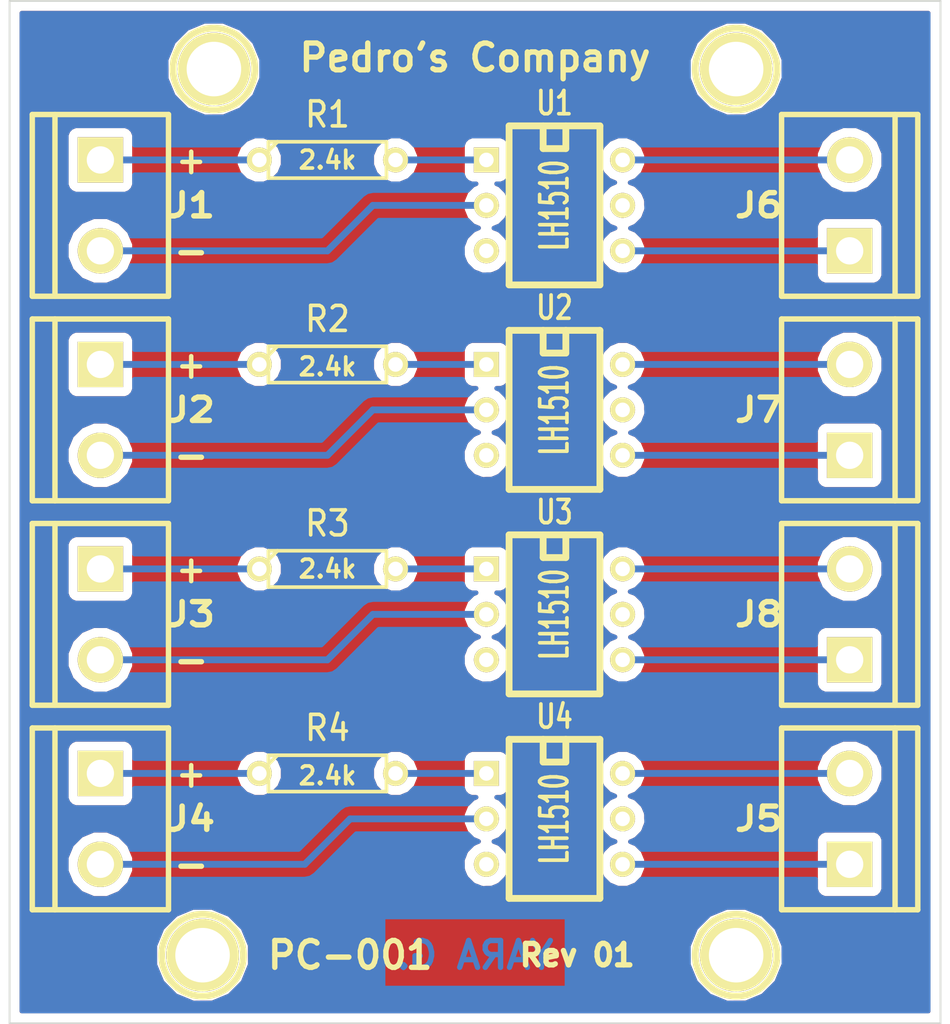
<source format=kicad_pcb>
(kicad_pcb (version 3) (host pcbnew "(22-Jun-2014 BZR 4027)-stable")

  (general
    (links 20)
    (no_connects 0)
    (area 174.0916 63.373 228.4984 120.700001)
    (thickness 1.6)
    (drawings 16)
    (tracks 29)
    (zones 0)
    (modules 20)
    (nets 21)
  )

  (page A3)
  (layers
    (15 F.Cu signal)
    (0 B.Cu signal)
    (16 B.Adhes user)
    (17 F.Adhes user)
    (18 B.Paste user)
    (19 F.Paste user)
    (20 B.SilkS user)
    (21 F.SilkS user)
    (22 B.Mask user)
    (23 F.Mask user)
    (24 Dwgs.User user)
    (25 Cmts.User user)
    (26 Eco1.User user)
    (27 Eco2.User user hide)
    (28 Edge.Cuts user)
  )

  (setup
    (last_trace_width 0.381)
    (user_trace_width 0.254)
    (user_trace_width 0.381)
    (user_trace_width 0.508)
    (trace_clearance 0.254)
    (zone_clearance 0.508)
    (zone_45_only no)
    (trace_min 0.254)
    (segment_width 0.2)
    (edge_width 0.1)
    (via_size 0.889)
    (via_drill 0.635)
    (via_min_size 0.889)
    (via_min_drill 0.508)
    (uvia_size 0.508)
    (uvia_drill 0.127)
    (uvias_allowed no)
    (uvia_min_size 0.508)
    (uvia_min_drill 0.127)
    (pcb_text_width 0.3)
    (pcb_text_size 1.5 1.5)
    (mod_edge_width 0.15)
    (mod_text_size 1 1)
    (mod_text_width 0.15)
    (pad_size 4.064 4.064)
    (pad_drill 3.048)
    (pad_to_mask_clearance 0)
    (aux_axis_origin 0 0)
    (visible_elements 7FFFFFFF)
    (pcbplotparams
      (layerselection 3178497)
      (usegerberextensions true)
      (excludeedgelayer true)
      (linewidth 0.150000)
      (plotframeref false)
      (viasonmask false)
      (mode 1)
      (useauxorigin false)
      (hpglpennumber 1)
      (hpglpenspeed 20)
      (hpglpendiameter 15)
      (hpglpenoverlay 2)
      (psnegative false)
      (psa4output false)
      (plotreference true)
      (plotvalue true)
      (plotothertext true)
      (plotinvisibletext false)
      (padsonsilk false)
      (subtractmaskfromsilk false)
      (outputformat 1)
      (mirror false)
      (drillshape 1)
      (scaleselection 1)
      (outputdirectory ""))
  )

  (net 0 "")
  (net 1 N-000001)
  (net 2 N-0000010)
  (net 3 N-0000011)
  (net 4 N-0000012)
  (net 5 N-0000013)
  (net 6 N-0000014)
  (net 7 N-0000015)
  (net 8 N-0000017)
  (net 9 N-0000018)
  (net 10 N-0000019)
  (net 11 N-000002)
  (net 12 N-0000020)
  (net 13 N-0000021)
  (net 14 N-0000022)
  (net 15 N-0000023)
  (net 16 N-0000025)
  (net 17 N-0000028)
  (net 18 N-000007)
  (net 19 N-000008)
  (net 20 N-000009)

  (net_class Default "This is the default net class."
    (clearance 0.254)
    (trace_width 0.254)
    (via_dia 0.889)
    (via_drill 0.635)
    (uvia_dia 0.508)
    (uvia_drill 0.127)
    (add_net "")
    (add_net N-000001)
    (add_net N-0000010)
    (add_net N-0000011)
    (add_net N-0000012)
    (add_net N-0000013)
    (add_net N-0000014)
    (add_net N-0000015)
    (add_net N-0000017)
    (add_net N-0000018)
    (add_net N-0000019)
    (add_net N-000002)
    (add_net N-0000020)
    (add_net N-0000021)
    (add_net N-0000022)
    (add_net N-0000023)
    (add_net N-0000025)
    (add_net N-0000028)
    (add_net N-000007)
    (add_net N-000008)
    (add_net N-000009)
  )

  (net_class Dos ""
    (clearance 0.254)
    (trace_width 0.508)
    (via_dia 0.889)
    (via_drill 0.635)
    (uvia_dia 0.508)
    (uvia_drill 0.127)
  )

  (net_class Uno ""
    (clearance 0.254)
    (trace_width 0.381)
    (via_dia 0.889)
    (via_drill 0.635)
    (uvia_dia 0.508)
    (uvia_drill 0.127)
  )

  (module R3 (layer F.Cu) (tedit 597A3402) (tstamp 59764D40)
    (at 193.04 83.82)
    (descr "Resitance 3 pas")
    (tags R)
    (path /59767B5F)
    (autoplace_cost180 10)
    (fp_text reference R2 (at 0 -2.54) (layer F.SilkS)
      (effects (font (size 1.397 1.27) (thickness 0.2032)))
    )
    (fp_text value 2.4k (at 0 0.127) (layer F.SilkS)
      (effects (font (size 1 1) (thickness 0.2032)))
    )
    (fp_line (start -3.81 0) (end -3.302 0) (layer F.SilkS) (width 0.2032))
    (fp_line (start 3.81 0) (end 3.302 0) (layer F.SilkS) (width 0.2032))
    (fp_line (start 3.302 0) (end 3.302 -1.016) (layer F.SilkS) (width 0.2032))
    (fp_line (start 3.302 -1.016) (end -3.302 -1.016) (layer F.SilkS) (width 0.2032))
    (fp_line (start -3.302 -1.016) (end -3.302 1.016) (layer F.SilkS) (width 0.2032))
    (fp_line (start -3.302 1.016) (end 3.302 1.016) (layer F.SilkS) (width 0.2032))
    (fp_line (start 3.302 1.016) (end 3.302 0) (layer F.SilkS) (width 0.2032))
    (fp_line (start -3.302 -0.508) (end -2.794 -1.016) (layer F.SilkS) (width 0.2032))
    (pad 1 thru_hole circle (at -3.81 0) (size 1.397 1.397) (drill 0.8128)
      (layers *.Cu *.Mask F.SilkS)
      (net 1 N-000001)
    )
    (pad 2 thru_hole circle (at 3.81 0) (size 1.397 1.397) (drill 0.8128)
      (layers *.Cu *.Mask F.SilkS)
      (net 11 N-000002)
    )
    (model discret/resistor.wrl
      (at (xyz 0 0 0))
      (scale (xyz 0.3 0.3 0.3))
      (rotate (xyz 0 0 0))
    )
  )

  (module R3 (layer F.Cu) (tedit 597A340F) (tstamp 59764D4E)
    (at 193.04 72.39)
    (descr "Resitance 3 pas")
    (tags R)
    (path /596CEA50)
    (autoplace_cost180 10)
    (fp_text reference R1 (at 0 -2.54) (layer F.SilkS)
      (effects (font (size 1.397 1.27) (thickness 0.2032)))
    )
    (fp_text value 2.4k (at 0 0) (layer F.SilkS)
      (effects (font (size 1 1) (thickness 0.2032)))
    )
    (fp_line (start -3.81 0) (end -3.302 0) (layer F.SilkS) (width 0.2032))
    (fp_line (start 3.81 0) (end 3.302 0) (layer F.SilkS) (width 0.2032))
    (fp_line (start 3.302 0) (end 3.302 -1.016) (layer F.SilkS) (width 0.2032))
    (fp_line (start 3.302 -1.016) (end -3.302 -1.016) (layer F.SilkS) (width 0.2032))
    (fp_line (start -3.302 -1.016) (end -3.302 1.016) (layer F.SilkS) (width 0.2032))
    (fp_line (start -3.302 1.016) (end 3.302 1.016) (layer F.SilkS) (width 0.2032))
    (fp_line (start 3.302 1.016) (end 3.302 0) (layer F.SilkS) (width 0.2032))
    (fp_line (start -3.302 -0.508) (end -2.794 -1.016) (layer F.SilkS) (width 0.2032))
    (pad 1 thru_hole circle (at -3.81 0) (size 1.397 1.397) (drill 0.8128)
      (layers *.Cu *.Mask F.SilkS)
      (net 12 N-0000020)
    )
    (pad 2 thru_hole circle (at 3.81 0) (size 1.397 1.397) (drill 0.8128)
      (layers *.Cu *.Mask F.SilkS)
      (net 15 N-0000023)
    )
    (model discret/resistor.wrl
      (at (xyz 0 0 0))
      (scale (xyz 0.3 0.3 0.3))
      (rotate (xyz 0 0 0))
    )
  )

  (module bornier2 (layer F.Cu) (tedit 597A2CE1) (tstamp 59764D88)
    (at 180.34 86.36 270)
    (descr "Bornier d'alimentation 2 pins")
    (tags DEV)
    (path /59767B9D)
    (fp_text reference J2 (at 0 -5.08 360) (layer F.SilkS)
      (effects (font (size 1.3 1.524) (thickness 0.3048)))
    )
    (fp_text value "" (at 0 5.08 270) (layer F.SilkS)
      (effects (font (size 1.524 1.524) (thickness 0.3048)))
    )
    (fp_line (start 5.08 2.54) (end -5.08 2.54) (layer F.SilkS) (width 0.3048))
    (fp_line (start 5.08 3.81) (end 5.08 -3.81) (layer F.SilkS) (width 0.3048))
    (fp_line (start 5.08 -3.81) (end -5.08 -3.81) (layer F.SilkS) (width 0.3048))
    (fp_line (start -5.08 -3.81) (end -5.08 3.81) (layer F.SilkS) (width 0.3048))
    (fp_line (start -5.08 3.81) (end 5.08 3.81) (layer F.SilkS) (width 0.3048))
    (pad 1 thru_hole rect (at -2.54 0 270) (size 2.54 2.54) (drill 1.524)
      (layers *.Cu *.Mask F.SilkS)
      (net 1 N-000001)
    )
    (pad 2 thru_hole circle (at 2.54 0 270) (size 2.54 2.54) (drill 1.524)
      (layers *.Cu *.Mask F.SilkS)
      (net 2 N-0000010)
    )
    (model device/bornier_2.wrl
      (at (xyz 0 0 0))
      (scale (xyz 1 1 1))
      (rotate (xyz 0 0 0))
    )
  )

  (module bornier2 (layer F.Cu) (tedit 597A2C8E) (tstamp 59764D93)
    (at 180.34 74.93 270)
    (descr "Bornier d'alimentation 2 pins")
    (tags DEV)
    (path /596CEAE5)
    (fp_text reference J1 (at 0 -5.08 360) (layer F.SilkS)
      (effects (font (size 1.3 1.524) (thickness 0.3048)))
    )
    (fp_text value "" (at 0 5.08 270) (layer F.SilkS)
      (effects (font (size 1.524 1.524) (thickness 0.3048)))
    )
    (fp_line (start 5.08 2.54) (end -5.08 2.54) (layer F.SilkS) (width 0.3048))
    (fp_line (start 5.08 3.81) (end 5.08 -3.81) (layer F.SilkS) (width 0.3048))
    (fp_line (start 5.08 -3.81) (end -5.08 -3.81) (layer F.SilkS) (width 0.3048))
    (fp_line (start -5.08 -3.81) (end -5.08 3.81) (layer F.SilkS) (width 0.3048))
    (fp_line (start -5.08 3.81) (end 5.08 3.81) (layer F.SilkS) (width 0.3048))
    (pad 1 thru_hole rect (at -2.54 0 270) (size 2.54 2.54) (drill 1.524)
      (layers *.Cu *.Mask F.SilkS)
      (net 12 N-0000020)
    )
    (pad 2 thru_hole circle (at 2.54 0 270) (size 2.54 2.54) (drill 1.524)
      (layers *.Cu *.Mask F.SilkS)
      (net 13 N-0000021)
    )
    (model device/bornier_2.wrl
      (at (xyz 0 0 0))
      (scale (xyz 1 1 1))
      (rotate (xyz 0 0 0))
    )
  )

  (module DIP-6__300 (layer F.Cu) (tedit 5979593F) (tstamp 59764D5F)
    (at 205.74 74.93 270)
    (descr "6 pins DIL package, round pads")
    (tags DIL)
    (path /59765FF1)
    (fp_text reference U1 (at -5.715 0 360) (layer F.SilkS)
      (effects (font (size 1.3 1) (thickness 0.2032)))
    )
    (fp_text value LH1510 (at 0 0 270) (layer F.SilkS)
      (effects (font (size 1.524 0.889) (thickness 0.2032)))
    )
    (fp_line (start -4.445 -2.54) (end 4.445 -2.54) (layer F.SilkS) (width 0.381))
    (fp_line (start 4.445 -2.54) (end 4.445 2.54) (layer F.SilkS) (width 0.381))
    (fp_line (start 4.445 2.54) (end -4.445 2.54) (layer F.SilkS) (width 0.381))
    (fp_line (start -4.445 2.54) (end -4.445 -2.54) (layer F.SilkS) (width 0.381))
    (fp_line (start -4.445 -0.635) (end -3.175 -0.635) (layer F.SilkS) (width 0.381))
    (fp_line (start -3.175 -0.635) (end -3.175 0.635) (layer F.SilkS) (width 0.381))
    (fp_line (start -3.175 0.635) (end -4.445 0.635) (layer F.SilkS) (width 0.381))
    (pad 1 thru_hole rect (at -2.54 3.81 270) (size 1.397 1.397) (drill 0.8128)
      (layers *.Cu *.Mask F.SilkS)
      (net 15 N-0000023)
    )
    (pad 2 thru_hole circle (at 0 3.81 270) (size 1.397 1.397) (drill 0.8128)
      (layers *.Cu *.Mask F.SilkS)
      (net 13 N-0000021)
    )
    (pad 3 thru_hole circle (at 2.54 3.81 270) (size 1.397 1.397) (drill 0.8128)
      (layers *.Cu *.Mask F.SilkS)
    )
    (pad 4 thru_hole circle (at 2.54 -3.81 270) (size 1.397 1.397) (drill 0.8128)
      (layers *.Cu *.Mask F.SilkS)
      (net 17 N-0000028)
    )
    (pad 5 thru_hole circle (at 0 -3.81 270) (size 1.397 1.397) (drill 0.8128)
      (layers *.Cu *.Mask F.SilkS)
    )
    (pad 6 thru_hole circle (at -2.54 -3.81 270) (size 1.397 1.397) (drill 0.8128)
      (layers *.Cu *.Mask F.SilkS)
      (net 7 N-0000015)
    )
    (model dil/dil_6.wrl
      (at (xyz 0 0 0))
      (scale (xyz 1 1 1))
      (rotate (xyz 0 0 0))
    )
  )

  (module DIP-6__300 (layer F.Cu) (tedit 59795939) (tstamp 59764D70)
    (at 205.74 86.36 270)
    (descr "6 pins DIL package, round pads")
    (tags DIL)
    (path /59767B53)
    (fp_text reference U2 (at -5.715 0 360) (layer F.SilkS)
      (effects (font (size 1.3 1) (thickness 0.2032)))
    )
    (fp_text value LH1510 (at 0 0 270) (layer F.SilkS)
      (effects (font (size 1.524 0.889) (thickness 0.2032)))
    )
    (fp_line (start -4.445 -2.54) (end 4.445 -2.54) (layer F.SilkS) (width 0.381))
    (fp_line (start 4.445 -2.54) (end 4.445 2.54) (layer F.SilkS) (width 0.381))
    (fp_line (start 4.445 2.54) (end -4.445 2.54) (layer F.SilkS) (width 0.381))
    (fp_line (start -4.445 2.54) (end -4.445 -2.54) (layer F.SilkS) (width 0.381))
    (fp_line (start -4.445 -0.635) (end -3.175 -0.635) (layer F.SilkS) (width 0.381))
    (fp_line (start -3.175 -0.635) (end -3.175 0.635) (layer F.SilkS) (width 0.381))
    (fp_line (start -3.175 0.635) (end -4.445 0.635) (layer F.SilkS) (width 0.381))
    (pad 1 thru_hole rect (at -2.54 3.81 270) (size 1.397 1.397) (drill 0.8128)
      (layers *.Cu *.Mask F.SilkS)
      (net 11 N-000002)
    )
    (pad 2 thru_hole circle (at 0 3.81 270) (size 1.397 1.397) (drill 0.8128)
      (layers *.Cu *.Mask F.SilkS)
      (net 2 N-0000010)
    )
    (pad 3 thru_hole circle (at 2.54 3.81 270) (size 1.397 1.397) (drill 0.8128)
      (layers *.Cu *.Mask F.SilkS)
    )
    (pad 4 thru_hole circle (at 2.54 -3.81 270) (size 1.397 1.397) (drill 0.8128)
      (layers *.Cu *.Mask F.SilkS)
      (net 5 N-0000013)
    )
    (pad 5 thru_hole circle (at 0 -3.81 270) (size 1.397 1.397) (drill 0.8128)
      (layers *.Cu *.Mask F.SilkS)
    )
    (pad 6 thru_hole circle (at -2.54 -3.81 270) (size 1.397 1.397) (drill 0.8128)
      (layers *.Cu *.Mask F.SilkS)
      (net 6 N-0000014)
    )
    (model dil/dil_6.wrl
      (at (xyz 0 0 0))
      (scale (xyz 1 1 1))
      (rotate (xyz 0 0 0))
    )
  )

  (module R3 (layer F.Cu) (tedit 597A33F6) (tstamp 59767CF2)
    (at 193.04 95.25)
    (descr "Resitance 3 pas")
    (tags R)
    (path /59767B65)
    (autoplace_cost180 10)
    (fp_text reference R3 (at 0 -2.54) (layer F.SilkS)
      (effects (font (size 1.397 1.27) (thickness 0.2032)))
    )
    (fp_text value 2.4k (at 0 0) (layer F.SilkS)
      (effects (font (size 1 1) (thickness 0.2032)))
    )
    (fp_line (start -3.81 0) (end -3.302 0) (layer F.SilkS) (width 0.2032))
    (fp_line (start 3.81 0) (end 3.302 0) (layer F.SilkS) (width 0.2032))
    (fp_line (start 3.302 0) (end 3.302 -1.016) (layer F.SilkS) (width 0.2032))
    (fp_line (start 3.302 -1.016) (end -3.302 -1.016) (layer F.SilkS) (width 0.2032))
    (fp_line (start -3.302 -1.016) (end -3.302 1.016) (layer F.SilkS) (width 0.2032))
    (fp_line (start -3.302 1.016) (end 3.302 1.016) (layer F.SilkS) (width 0.2032))
    (fp_line (start 3.302 1.016) (end 3.302 0) (layer F.SilkS) (width 0.2032))
    (fp_line (start -3.302 -0.508) (end -2.794 -1.016) (layer F.SilkS) (width 0.2032))
    (pad 1 thru_hole circle (at -3.81 0) (size 1.397 1.397) (drill 0.8128)
      (layers *.Cu *.Mask F.SilkS)
      (net 19 N-000008)
    )
    (pad 2 thru_hole circle (at 3.81 0) (size 1.397 1.397) (drill 0.8128)
      (layers *.Cu *.Mask F.SilkS)
      (net 20 N-000009)
    )
    (model discret/resistor.wrl
      (at (xyz 0 0 0))
      (scale (xyz 0.3 0.3 0.3))
      (rotate (xyz 0 0 0))
    )
  )

  (module R3 (layer F.Cu) (tedit 597A33E7) (tstamp 59767D00)
    (at 193.04 106.68)
    (descr "Resitance 3 pas")
    (tags R)
    (path /596E73F0)
    (autoplace_cost180 10)
    (fp_text reference R4 (at 0 -2.54) (layer F.SilkS)
      (effects (font (size 1.397 1.27) (thickness 0.2032)))
    )
    (fp_text value 2.4k (at 0 0.127) (layer F.SilkS)
      (effects (font (size 1 1) (thickness 0.2032)))
    )
    (fp_line (start -3.81 0) (end -3.302 0) (layer F.SilkS) (width 0.2032))
    (fp_line (start 3.81 0) (end 3.302 0) (layer F.SilkS) (width 0.2032))
    (fp_line (start 3.302 0) (end 3.302 -1.016) (layer F.SilkS) (width 0.2032))
    (fp_line (start 3.302 -1.016) (end -3.302 -1.016) (layer F.SilkS) (width 0.2032))
    (fp_line (start -3.302 -1.016) (end -3.302 1.016) (layer F.SilkS) (width 0.2032))
    (fp_line (start -3.302 1.016) (end 3.302 1.016) (layer F.SilkS) (width 0.2032))
    (fp_line (start 3.302 1.016) (end 3.302 0) (layer F.SilkS) (width 0.2032))
    (fp_line (start -3.302 -0.508) (end -2.794 -1.016) (layer F.SilkS) (width 0.2032))
    (pad 1 thru_hole circle (at -3.81 0) (size 1.397 1.397) (drill 0.8128)
      (layers *.Cu *.Mask F.SilkS)
      (net 10 N-0000019)
    )
    (pad 2 thru_hole circle (at 3.81 0) (size 1.397 1.397) (drill 0.8128)
      (layers *.Cu *.Mask F.SilkS)
      (net 16 N-0000025)
    )
    (model discret/resistor.wrl
      (at (xyz 0 0 0))
      (scale (xyz 0.3 0.3 0.3))
      (rotate (xyz 0 0 0))
    )
  )

  (module DIP-6__300 (layer F.Cu) (tedit 59795931) (tstamp 59767D11)
    (at 205.74 97.79 270)
    (descr "6 pins DIL package, round pads")
    (tags DIL)
    (path /59767B59)
    (fp_text reference U3 (at -5.715 0 360) (layer F.SilkS)
      (effects (font (size 1.3 1) (thickness 0.2032)))
    )
    (fp_text value LH1510 (at 0 0 270) (layer F.SilkS)
      (effects (font (size 1.524 0.889) (thickness 0.2032)))
    )
    (fp_line (start -4.445 -2.54) (end 4.445 -2.54) (layer F.SilkS) (width 0.381))
    (fp_line (start 4.445 -2.54) (end 4.445 2.54) (layer F.SilkS) (width 0.381))
    (fp_line (start 4.445 2.54) (end -4.445 2.54) (layer F.SilkS) (width 0.381))
    (fp_line (start -4.445 2.54) (end -4.445 -2.54) (layer F.SilkS) (width 0.381))
    (fp_line (start -4.445 -0.635) (end -3.175 -0.635) (layer F.SilkS) (width 0.381))
    (fp_line (start -3.175 -0.635) (end -3.175 0.635) (layer F.SilkS) (width 0.381))
    (fp_line (start -3.175 0.635) (end -4.445 0.635) (layer F.SilkS) (width 0.381))
    (pad 1 thru_hole rect (at -2.54 3.81 270) (size 1.397 1.397) (drill 0.8128)
      (layers *.Cu *.Mask F.SilkS)
      (net 20 N-000009)
    )
    (pad 2 thru_hole circle (at 0 3.81 270) (size 1.397 1.397) (drill 0.8128)
      (layers *.Cu *.Mask F.SilkS)
      (net 18 N-000007)
    )
    (pad 3 thru_hole circle (at 2.54 3.81 270) (size 1.397 1.397) (drill 0.8128)
      (layers *.Cu *.Mask F.SilkS)
    )
    (pad 4 thru_hole circle (at 2.54 -3.81 270) (size 1.397 1.397) (drill 0.8128)
      (layers *.Cu *.Mask F.SilkS)
      (net 3 N-0000011)
    )
    (pad 5 thru_hole circle (at 0 -3.81 270) (size 1.397 1.397) (drill 0.8128)
      (layers *.Cu *.Mask F.SilkS)
    )
    (pad 6 thru_hole circle (at -2.54 -3.81 270) (size 1.397 1.397) (drill 0.8128)
      (layers *.Cu *.Mask F.SilkS)
      (net 4 N-0000012)
    )
    (model dil/dil_6.wrl
      (at (xyz 0 0 0))
      (scale (xyz 1 1 1))
      (rotate (xyz 0 0 0))
    )
  )

  (module DIP-6__300 (layer F.Cu) (tedit 597958C7) (tstamp 59767D22)
    (at 205.74 109.22 270)
    (descr "6 pins DIL package, round pads")
    (tags DIL)
    (path /59767A8A)
    (fp_text reference U4 (at -5.715 0 360) (layer F.SilkS)
      (effects (font (size 1.3 1) (thickness 0.2032)))
    )
    (fp_text value LH1510 (at 0 0 270) (layer F.SilkS)
      (effects (font (size 1.524 0.889) (thickness 0.2032)))
    )
    (fp_line (start -4.445 -2.54) (end 4.445 -2.54) (layer F.SilkS) (width 0.381))
    (fp_line (start 4.445 -2.54) (end 4.445 2.54) (layer F.SilkS) (width 0.381))
    (fp_line (start 4.445 2.54) (end -4.445 2.54) (layer F.SilkS) (width 0.381))
    (fp_line (start -4.445 2.54) (end -4.445 -2.54) (layer F.SilkS) (width 0.381))
    (fp_line (start -4.445 -0.635) (end -3.175 -0.635) (layer F.SilkS) (width 0.381))
    (fp_line (start -3.175 -0.635) (end -3.175 0.635) (layer F.SilkS) (width 0.381))
    (fp_line (start -3.175 0.635) (end -4.445 0.635) (layer F.SilkS) (width 0.381))
    (pad 1 thru_hole rect (at -2.54 3.81 270) (size 1.397 1.397) (drill 0.8128)
      (layers *.Cu *.Mask F.SilkS)
      (net 16 N-0000025)
    )
    (pad 2 thru_hole circle (at 0 3.81 270) (size 1.397 1.397) (drill 0.8128)
      (layers *.Cu *.Mask F.SilkS)
      (net 14 N-0000022)
    )
    (pad 3 thru_hole circle (at 2.54 3.81 270) (size 1.397 1.397) (drill 0.8128)
      (layers *.Cu *.Mask F.SilkS)
    )
    (pad 4 thru_hole circle (at 2.54 -3.81 270) (size 1.397 1.397) (drill 0.8128)
      (layers *.Cu *.Mask F.SilkS)
      (net 9 N-0000018)
    )
    (pad 5 thru_hole circle (at 0 -3.81 270) (size 1.397 1.397) (drill 0.8128)
      (layers *.Cu *.Mask F.SilkS)
    )
    (pad 6 thru_hole circle (at -2.54 -3.81 270) (size 1.397 1.397) (drill 0.8128)
      (layers *.Cu *.Mask F.SilkS)
      (net 8 N-0000017)
    )
    (model dil/dil_6.wrl
      (at (xyz 0 0 0))
      (scale (xyz 1 1 1))
      (rotate (xyz 0 0 0))
    )
  )

  (module bornier2 (layer F.Cu) (tedit 597A2EF9) (tstamp 59767D2D)
    (at 180.34 97.79 270)
    (descr "Bornier d'alimentation 2 pins")
    (tags DEV)
    (path /59767BA3)
    (fp_text reference J3 (at 0 -5.08 360) (layer F.SilkS)
      (effects (font (size 1.3 1.524) (thickness 0.3048)))
    )
    (fp_text value "" (at 0 5.08 270) (layer F.SilkS)
      (effects (font (size 1.524 1.524) (thickness 0.3048)))
    )
    (fp_line (start 5.08 2.54) (end -5.08 2.54) (layer F.SilkS) (width 0.3048))
    (fp_line (start 5.08 3.81) (end 5.08 -3.81) (layer F.SilkS) (width 0.3048))
    (fp_line (start 5.08 -3.81) (end -5.08 -3.81) (layer F.SilkS) (width 0.3048))
    (fp_line (start -5.08 -3.81) (end -5.08 3.81) (layer F.SilkS) (width 0.3048))
    (fp_line (start -5.08 3.81) (end 5.08 3.81) (layer F.SilkS) (width 0.3048))
    (pad 1 thru_hole rect (at -2.54 0 270) (size 2.54 2.54) (drill 1.524)
      (layers *.Cu *.Mask F.SilkS)
      (net 19 N-000008)
    )
    (pad 2 thru_hole circle (at 2.54 0 270) (size 2.54 2.54) (drill 1.524)
      (layers *.Cu *.Mask F.SilkS)
      (net 18 N-000007)
    )
    (model device/bornier_2.wrl
      (at (xyz 0 0 0))
      (scale (xyz 1 1 1))
      (rotate (xyz 0 0 0))
    )
  )

  (module bornier2 (layer F.Cu) (tedit 597A2EF0) (tstamp 59767D38)
    (at 180.34 109.22 270)
    (descr "Bornier d'alimentation 2 pins")
    (tags DEV)
    (path /596E73D4)
    (fp_text reference J4 (at 0 -5.08 360) (layer F.SilkS)
      (effects (font (size 1.3 1.524) (thickness 0.3048)))
    )
    (fp_text value "" (at 0 5.08 270) (layer F.SilkS)
      (effects (font (size 1.524 1.524) (thickness 0.3048)))
    )
    (fp_line (start 5.08 2.54) (end -5.08 2.54) (layer F.SilkS) (width 0.3048))
    (fp_line (start 5.08 3.81) (end 5.08 -3.81) (layer F.SilkS) (width 0.3048))
    (fp_line (start 5.08 -3.81) (end -5.08 -3.81) (layer F.SilkS) (width 0.3048))
    (fp_line (start -5.08 -3.81) (end -5.08 3.81) (layer F.SilkS) (width 0.3048))
    (fp_line (start -5.08 3.81) (end 5.08 3.81) (layer F.SilkS) (width 0.3048))
    (pad 1 thru_hole rect (at -2.54 0 270) (size 2.54 2.54) (drill 1.524)
      (layers *.Cu *.Mask F.SilkS)
      (net 10 N-0000019)
    )
    (pad 2 thru_hole circle (at 2.54 0 270) (size 2.54 2.54) (drill 1.524)
      (layers *.Cu *.Mask F.SilkS)
      (net 14 N-0000022)
    )
    (model device/bornier_2.wrl
      (at (xyz 0 0 0))
      (scale (xyz 1 1 1))
      (rotate (xyz 0 0 0))
    )
  )

  (module 1pin (layer F.Cu) (tedit 59795B99) (tstamp 5978B3D7)
    (at 215.9 116.84)
    (descr "module 1 pin (ou trou mecanique de percage)")
    (tags DEV)
    (path 1pin)
    (fp_text reference "" (at 0 -3.048) (layer F.SilkS)
      (effects (font (size 1.016 1.016) (thickness 0.254)))
    )
    (fp_text value "" (at 0 2.794) (layer F.SilkS) hide
      (effects (font (size 1.016 1.016) (thickness 0.254)))
    )
    (fp_circle (center 0 0) (end 0 -2.286) (layer F.SilkS) (width 0.381))
    (pad "" thru_hole circle (at 0 0) (size 4.064 4.064) (drill 3.048)
      (layers *.Cu *.Mask F.SilkS)
    )
  )

  (module 1pin (layer F.Cu) (tedit 59795BA6) (tstamp 5978B3E2)
    (at 186.69 67.31)
    (descr "module 1 pin (ou trou mecanique de percage)")
    (tags DEV)
    (path 1pin)
    (fp_text reference "" (at 0 -3.048) (layer F.SilkS)
      (effects (font (size 1.016 1.016) (thickness 0.254)))
    )
    (fp_text value "" (at 0 2.794) (layer F.SilkS) hide
      (effects (font (size 1.016 1.016) (thickness 0.254)))
    )
    (fp_circle (center 0 0) (end 0 -2.286) (layer F.SilkS) (width 0.381))
    (pad "" thru_hole circle (at 0 0) (size 4.064 4.064) (drill 3.048)
      (layers *.Cu *.Mask F.SilkS)
    )
  )

  (module 1pin (layer F.Cu) (tedit 59795B9F) (tstamp 5978B3ED)
    (at 186.055 116.84)
    (descr "module 1 pin (ou trou mecanique de percage)")
    (tags DEV)
    (path 1pin)
    (fp_text reference "" (at 0 -2.54) (layer F.SilkS)
      (effects (font (size 1.016 1.016) (thickness 0.254)))
    )
    (fp_text value "" (at 0 2.794) (layer F.SilkS) hide
      (effects (font (size 1.016 1.016) (thickness 0.254)))
    )
    (fp_circle (center 0 0) (end 0 -2.286) (layer F.SilkS) (width 0.381))
    (pad "" thru_hole circle (at 0 0) (size 4.064 4.064) (drill 3.048)
      (layers *.Cu *.Mask F.SilkS)
    )
  )

  (module 1pin (layer F.Cu) (tedit 59795BAC) (tstamp 5979530D)
    (at 215.9 67.31)
    (descr "module 1 pin (ou trou mecanique de percage)")
    (tags DEV)
    (path 1pin)
    (fp_text reference "" (at 0 -3.048) (layer F.SilkS)
      (effects (font (size 1.016 1.016) (thickness 0.254)))
    )
    (fp_text value "" (at 0 2.794) (layer F.SilkS) hide
      (effects (font (size 1.016 1.016) (thickness 0.254)))
    )
    (fp_circle (center 0 0) (end 0 -2.286) (layer F.SilkS) (width 0.381))
    (pad "" thru_hole circle (at 0 0) (size 4.064 4.064) (drill 3.048)
      (layers *.Cu *.Mask F.SilkS)
    )
  )

  (module bornier2 (layer F.Cu) (tedit 597A2EDA) (tstamp 5978D299)
    (at 222.25 109.22 90)
    (descr "Bornier d'alimentation 2 pins")
    (tags DEV)
    (path /5978D181)
    (fp_text reference J5 (at 0 -5.08 180) (layer F.SilkS)
      (effects (font (size 1.3 1.524) (thickness 0.3048)))
    )
    (fp_text value "" (at 0 5.08 90) (layer F.SilkS)
      (effects (font (size 1.524 1.524) (thickness 0.3048)))
    )
    (fp_line (start 5.08 2.54) (end -5.08 2.54) (layer F.SilkS) (width 0.3048))
    (fp_line (start 5.08 3.81) (end 5.08 -3.81) (layer F.SilkS) (width 0.3048))
    (fp_line (start 5.08 -3.81) (end -5.08 -3.81) (layer F.SilkS) (width 0.3048))
    (fp_line (start -5.08 -3.81) (end -5.08 3.81) (layer F.SilkS) (width 0.3048))
    (fp_line (start -5.08 3.81) (end 5.08 3.81) (layer F.SilkS) (width 0.3048))
    (pad 1 thru_hole rect (at -2.54 0 90) (size 2.54 2.54) (drill 1.524)
      (layers *.Cu *.Mask F.SilkS)
      (net 9 N-0000018)
    )
    (pad 2 thru_hole circle (at 2.54 0 90) (size 2.54 2.54) (drill 1.524)
      (layers *.Cu *.Mask F.SilkS)
      (net 8 N-0000017)
    )
    (model device/bornier_2.wrl
      (at (xyz 0 0 0))
      (scale (xyz 1 1 1))
      (rotate (xyz 0 0 0))
    )
  )

  (module bornier2 (layer F.Cu) (tedit 597A2EBF) (tstamp 5978D2A4)
    (at 222.25 74.93 90)
    (descr "Bornier d'alimentation 2 pins")
    (tags DEV)
    (path /5978D236)
    (fp_text reference J6 (at 0 -5.08 180) (layer F.SilkS)
      (effects (font (size 1.3 1.524) (thickness 0.3048)))
    )
    (fp_text value "" (at 0 5.08 90) (layer F.SilkS)
      (effects (font (size 1.524 1.524) (thickness 0.3048)))
    )
    (fp_line (start 5.08 2.54) (end -5.08 2.54) (layer F.SilkS) (width 0.3048))
    (fp_line (start 5.08 3.81) (end 5.08 -3.81) (layer F.SilkS) (width 0.3048))
    (fp_line (start 5.08 -3.81) (end -5.08 -3.81) (layer F.SilkS) (width 0.3048))
    (fp_line (start -5.08 -3.81) (end -5.08 3.81) (layer F.SilkS) (width 0.3048))
    (fp_line (start -5.08 3.81) (end 5.08 3.81) (layer F.SilkS) (width 0.3048))
    (pad 1 thru_hole rect (at -2.54 0 90) (size 2.54 2.54) (drill 1.524)
      (layers *.Cu *.Mask F.SilkS)
      (net 17 N-0000028)
    )
    (pad 2 thru_hole circle (at 2.54 0 90) (size 2.54 2.54) (drill 1.524)
      (layers *.Cu *.Mask F.SilkS)
      (net 7 N-0000015)
    )
    (model device/bornier_2.wrl
      (at (xyz 0 0 0))
      (scale (xyz 1 1 1))
      (rotate (xyz 0 0 0))
    )
  )

  (module bornier2 (layer F.Cu) (tedit 597A2ECF) (tstamp 5978D2BA)
    (at 222.25 97.79 90)
    (descr "Bornier d'alimentation 2 pins")
    (tags DEV)
    (path /5978D389)
    (fp_text reference J8 (at 0 -5.08 180) (layer F.SilkS)
      (effects (font (size 1.3 1.524) (thickness 0.3048)))
    )
    (fp_text value "" (at 0 5.08 90) (layer F.SilkS)
      (effects (font (size 1.524 1.524) (thickness 0.3048)))
    )
    (fp_line (start 5.08 2.54) (end -5.08 2.54) (layer F.SilkS) (width 0.3048))
    (fp_line (start 5.08 3.81) (end 5.08 -3.81) (layer F.SilkS) (width 0.3048))
    (fp_line (start 5.08 -3.81) (end -5.08 -3.81) (layer F.SilkS) (width 0.3048))
    (fp_line (start -5.08 -3.81) (end -5.08 3.81) (layer F.SilkS) (width 0.3048))
    (fp_line (start -5.08 3.81) (end 5.08 3.81) (layer F.SilkS) (width 0.3048))
    (pad 1 thru_hole rect (at -2.54 0 90) (size 2.54 2.54) (drill 1.524)
      (layers *.Cu *.Mask F.SilkS)
      (net 3 N-0000011)
    )
    (pad 2 thru_hole circle (at 2.54 0 90) (size 2.54 2.54) (drill 1.524)
      (layers *.Cu *.Mask F.SilkS)
      (net 4 N-0000012)
    )
    (model device/bornier_2.wrl
      (at (xyz 0 0 0))
      (scale (xyz 1 1 1))
      (rotate (xyz 0 0 0))
    )
  )

  (module bornier2 (layer F.Cu) (tedit 597A2EC8) (tstamp 5978D341)
    (at 222.25 86.36 90)
    (descr "Bornier d'alimentation 2 pins")
    (tags DEV)
    (path /5978D2FF)
    (fp_text reference J7 (at 0 -5.08 180) (layer F.SilkS)
      (effects (font (size 1.3 1.524) (thickness 0.3048)))
    )
    (fp_text value "" (at 0 5.08 90) (layer F.SilkS)
      (effects (font (size 1.524 1.524) (thickness 0.3048)))
    )
    (fp_line (start 5.08 2.54) (end -5.08 2.54) (layer F.SilkS) (width 0.3048))
    (fp_line (start 5.08 3.81) (end 5.08 -3.81) (layer F.SilkS) (width 0.3048))
    (fp_line (start 5.08 -3.81) (end -5.08 -3.81) (layer F.SilkS) (width 0.3048))
    (fp_line (start -5.08 -3.81) (end -5.08 3.81) (layer F.SilkS) (width 0.3048))
    (fp_line (start -5.08 3.81) (end 5.08 3.81) (layer F.SilkS) (width 0.3048))
    (pad 1 thru_hole rect (at -2.54 0 90) (size 2.54 2.54) (drill 1.524)
      (layers *.Cu *.Mask F.SilkS)
      (net 5 N-0000013)
    )
    (pad 2 thru_hole circle (at 2.54 0 90) (size 2.54 2.54) (drill 1.524)
      (layers *.Cu *.Mask F.SilkS)
      (net 6 N-0000014)
    )
    (model device/bornier_2.wrl
      (at (xyz 0 0 0))
      (scale (xyz 1 1 1))
      (rotate (xyz 0 0 0))
    )
  )

  (gr_text "Rev 01" (at 207.01 116.84) (layer F.SilkS)
    (effects (font (size 1.2 1.2) (thickness 0.3)))
  )
  (gr_text "YARA G." (at 201.295 116.84) (layer B.Cu)
    (effects (font (size 1.5 1.5) (thickness 0.3)) (justify mirror))
  )
  (gr_line (start 175.26 120.65) (end 227.33 120.65) (angle 90) (layer Edge.Cuts) (width 0.1))
  (gr_text "PC-001\n" (at 194.31 116.84) (layer F.SilkS)
    (effects (font (size 1.5 1.5) (thickness 0.3)))
  )
  (gr_line (start 175.26 63.5) (end 227.33 63.5) (angle 90) (layer Edge.Cuts) (width 0.1))
  (gr_line (start 175.26 120.65) (end 175.26 63.5) (angle 90) (layer Edge.Cuts) (width 0.1))
  (gr_line (start 227.33 63.5) (end 227.33 120.65) (angle 90) (layer Edge.Cuts) (width 0.1))
  (gr_text - (at 185.42 111.76) (layer F.SilkS)
    (effects (font (size 1.5 1.5) (thickness 0.3)))
  )
  (gr_text - (at 185.42 100.33) (layer F.SilkS)
    (effects (font (size 1.5 1.5) (thickness 0.3)))
  )
  (gr_text - (at 185.42 88.9) (layer F.SilkS)
    (effects (font (size 1.5 1.5) (thickness 0.3)))
  )
  (gr_text - (at 185.42 77.47) (layer F.SilkS)
    (effects (font (size 1.5 1.5) (thickness 0.3)))
  )
  (gr_text + (at 185.42 106.68) (layer F.SilkS)
    (effects (font (size 1.5 1.3) (thickness 0.25)))
  )
  (gr_text + (at 185.42 95.25) (layer F.SilkS)
    (effects (font (size 1.5 1.3) (thickness 0.25)))
  )
  (gr_text + (at 185.42 83.82) (layer F.SilkS)
    (effects (font (size 1.5 1.3) (thickness 0.25)))
  )
  (gr_text + (at 185.42 72.39) (layer F.SilkS)
    (effects (font (size 1.5 1.3) (thickness 0.25)))
  )
  (gr_text "Pedro's Company" (at 201.295 66.675) (layer F.SilkS)
    (effects (font (size 1.5 1.5) (thickness 0.3)))
  )

  (segment (start 180.34 83.82) (end 189.23 83.82) (width 0.381) (layer B.Cu) (net 1))
  (segment (start 180.34 88.9) (end 193.04 88.9) (width 0.381) (layer B.Cu) (net 2))
  (segment (start 195.58 86.36) (end 201.93 86.36) (width 0.381) (layer B.Cu) (net 2) (tstamp 5978CC61))
  (segment (start 193.04 88.9) (end 195.58 86.36) (width 0.381) (layer B.Cu) (net 2) (tstamp 5978CC5C))
  (segment (start 209.55 100.33) (end 222.25 100.33) (width 0.381) (layer B.Cu) (net 3))
  (segment (start 209.55 95.25) (end 222.25 95.25) (width 0.381) (layer B.Cu) (net 4))
  (segment (start 209.55 88.9) (end 222.25 88.9) (width 0.381) (layer B.Cu) (net 5))
  (segment (start 209.55 83.82) (end 222.25 83.82) (width 0.381) (layer B.Cu) (net 6))
  (segment (start 209.55 72.39) (end 222.25 72.39) (width 0.381) (layer B.Cu) (net 7))
  (segment (start 209.55 106.68) (end 222.25 106.68) (width 0.381) (layer B.Cu) (net 8))
  (segment (start 209.55 111.76) (end 222.25 111.76) (width 0.381) (layer B.Cu) (net 9))
  (segment (start 180.34 106.68) (end 187.96 106.68) (width 0.381) (layer B.Cu) (net 10))
  (segment (start 187.96 106.68) (end 189.23 106.68) (width 0.381) (layer B.Cu) (net 10) (tstamp 597A1B4A))
  (segment (start 196.85 83.82) (end 201.93 83.82) (width 0.381) (layer B.Cu) (net 11))
  (segment (start 180.34 72.39) (end 189.23 72.39) (width 0.381) (layer B.Cu) (net 12))
  (segment (start 180.34 77.47) (end 193.04 77.47) (width 0.381) (layer B.Cu) (net 13))
  (segment (start 195.58 74.93) (end 201.93 74.93) (width 0.381) (layer B.Cu) (net 13) (tstamp 5978CC0E))
  (segment (start 193.04 77.47) (end 195.58 74.93) (width 0.381) (layer B.Cu) (net 13) (tstamp 5978CC06))
  (segment (start 180.34 111.76) (end 191.77 111.76) (width 0.381) (layer B.Cu) (net 14))
  (segment (start 194.31 109.22) (end 201.93 109.22) (width 0.381) (layer B.Cu) (net 14) (tstamp 5978CD83))
  (segment (start 191.77 111.76) (end 194.31 109.22) (width 0.381) (layer B.Cu) (net 14) (tstamp 5978CD79))
  (segment (start 196.85 72.39) (end 201.93 72.39) (width 0.381) (layer B.Cu) (net 15))
  (segment (start 196.85 106.68) (end 201.93 106.68) (width 0.381) (layer B.Cu) (net 16))
  (segment (start 209.55 77.47) (end 222.25 77.47) (width 0.381) (layer B.Cu) (net 17))
  (segment (start 180.34 100.33) (end 193.04 100.33) (width 0.381) (layer B.Cu) (net 18))
  (segment (start 195.58 97.79) (end 201.93 97.79) (width 0.381) (layer B.Cu) (net 18) (tstamp 5978CD27))
  (segment (start 193.04 100.33) (end 195.58 97.79) (width 0.381) (layer B.Cu) (net 18) (tstamp 5978CD24))
  (segment (start 180.34 95.25) (end 189.23 95.25) (width 0.381) (layer B.Cu) (net 19))
  (segment (start 196.85 95.25) (end 201.93 95.25) (width 0.381) (layer B.Cu) (net 20))

  (zone (net 0) (net_name "") (layer B.Cu) (tstamp 597A2E46) (hatch edge 0.508)
    (connect_pads (clearance 0.508))
    (min_thickness 0.254)
    (fill (arc_segments 16) (thermal_gap 0.508) (thermal_bridge_width 0.508))
    (polygon
      (pts
        (xy 227.33 120.65) (xy 175.26 120.65) (xy 175.26 63.5) (xy 227.33 63.5)
      )
    )
    (filled_polygon
      (pts
        (xy 226.645 119.965) (xy 224.15533 119.965) (xy 224.15533 106.302735) (xy 224.15533 94.872735) (xy 224.15533 83.442735)
        (xy 224.15533 72.012735) (xy 223.865922 71.312314) (xy 223.330505 70.775961) (xy 222.63059 70.485332) (xy 221.872735 70.48467)
        (xy 221.172314 70.774078) (xy 220.635961 71.309495) (xy 220.530074 71.5645) (xy 218.570877 71.5645) (xy 218.570877 67.820612)
        (xy 218.567007 67.301286) (xy 218.567461 66.781828) (xy 218.563057 66.771171) (xy 218.562972 66.759644) (xy 218.172166 65.816155)
        (xy 218.167226 65.813188) (xy 218.16229 65.80124) (xy 217.412706 65.050346) (xy 217.39759 65.044069) (xy 217.393845 65.037834)
        (xy 216.912603 64.842685) (xy 216.432826 64.643465) (xy 216.421294 64.643454) (xy 216.410612 64.639123) (xy 215.891286 64.642992)
        (xy 215.371828 64.642539) (xy 215.361171 64.646942) (xy 215.349644 64.647028) (xy 214.406155 65.037834) (xy 214.403188 65.042773)
        (xy 214.39124 65.04771) (xy 213.640346 65.797294) (xy 213.634069 65.812409) (xy 213.627834 65.816155) (xy 213.432685 66.297396)
        (xy 213.233465 66.777174) (xy 213.233454 66.788705) (xy 213.229123 66.799388) (xy 213.232992 67.318713) (xy 213.232539 67.838172)
        (xy 213.236942 67.848828) (xy 213.237028 67.860356) (xy 213.627834 68.803845) (xy 213.632773 68.806811) (xy 213.63771 68.81876)
        (xy 214.387294 69.569654) (xy 214.402409 69.57593) (xy 214.406155 69.582166) (xy 214.887396 69.777314) (xy 215.367174 69.976535)
        (xy 215.378705 69.976545) (xy 215.389388 69.980877) (xy 215.908713 69.977007) (xy 216.428172 69.977461) (xy 216.438828 69.973057)
        (xy 216.450356 69.972972) (xy 217.393845 69.582166) (xy 217.396811 69.577226) (xy 217.40876 69.57229) (xy 218.159654 68.822706)
        (xy 218.16593 68.80759) (xy 218.172166 68.803845) (xy 218.367314 68.322603) (xy 218.566535 67.842826) (xy 218.566545 67.831294)
        (xy 218.570877 67.820612) (xy 218.570877 71.5645) (xy 210.610148 71.5645) (xy 210.306353 71.260174) (xy 209.816413 71.056733)
        (xy 209.285914 71.05627) (xy 208.79562 71.258855) (xy 208.420174 71.633647) (xy 208.216733 72.123587) (xy 208.21627 72.654086)
        (xy 208.418855 73.14438) (xy 208.793647 73.519826) (xy 209.115122 73.653314) (xy 208.857072 73.760202) (xy 208.853181 73.775071)
        (xy 208.79562 73.798855) (xy 208.420174 74.173647) (xy 208.395499 74.233068) (xy 208.380202 74.237072) (xy 208.30435 74.45258)
        (xy 208.216733 74.663587) (xy 208.216699 74.701613) (xy 208.204076 74.73748) (xy 208.216469 74.965606) (xy 208.21627 75.194086)
        (xy 208.230791 75.22923) (xy 208.232854 75.267198) (xy 208.380202 75.622928) (xy 208.395071 75.626818) (xy 208.418855 75.68438)
        (xy 208.793647 76.059826) (xy 208.853068 76.0845) (xy 208.857072 76.099798) (xy 209.07258 76.175649) (xy 209.131448 76.200093)
        (xy 208.79562 76.338855) (xy 208.420174 76.713647) (xy 208.216733 77.203587) (xy 208.21627 77.734086) (xy 208.418855 78.22438)
        (xy 208.793647 78.599826) (xy 209.283587 78.803267) (xy 209.814086 78.80373) (xy 210.30438 78.601145) (xy 210.610558 78.2955)
        (xy 220.34489 78.2955) (xy 220.34489 78.865755) (xy 220.441359 79.099229) (xy 220.619832 79.278013) (xy 220.853136 79.374889)
        (xy 221.105755 79.37511) (xy 223.645755 79.37511) (xy 223.879229 79.278641) (xy 224.058013 79.100168) (xy 224.154889 78.866864)
        (xy 224.15511 78.614245) (xy 224.15511 76.074245) (xy 224.058641 75.840771) (xy 223.880168 75.661987) (xy 223.646864 75.565111)
        (xy 223.394245 75.56489) (xy 220.854245 75.56489) (xy 220.620771 75.661359) (xy 220.441987 75.839832) (xy 220.345111 76.073136)
        (xy 220.34489 76.325755) (xy 220.34489 76.6445) (xy 210.610148 76.6445) (xy 210.306353 76.340174) (xy 209.984877 76.206685)
        (xy 210.242928 76.099798) (xy 210.246818 76.084928) (xy 210.30438 76.061145) (xy 210.679826 75.686353) (xy 210.7045 75.626931)
        (xy 210.719798 75.622928) (xy 210.795649 75.407419) (xy 210.883267 75.196413) (xy 210.8833 75.158386) (xy 210.895924 75.12252)
        (xy 210.88353 74.894393) (xy 210.88373 74.665914) (xy 210.869208 74.630769) (xy 210.867146 74.592802) (xy 210.719798 74.237072)
        (xy 210.704928 74.233181) (xy 210.681145 74.17562) (xy 210.306353 73.800174) (xy 210.246931 73.775499) (xy 210.242928 73.760202)
        (xy 210.027419 73.68435) (xy 209.968551 73.659906) (xy 210.30438 73.521145) (xy 210.610558 73.2155) (xy 220.529876 73.2155)
        (xy 220.634078 73.467686) (xy 221.169495 74.004039) (xy 221.86941 74.294668) (xy 222.627265 74.29533) (xy 223.327686 74.005922)
        (xy 223.864039 73.470505) (xy 224.154668 72.77059) (xy 224.15533 72.012735) (xy 224.15533 83.442735) (xy 223.865922 82.742314)
        (xy 223.330505 82.205961) (xy 222.63059 81.915332) (xy 221.872735 81.91467) (xy 221.172314 82.204078) (xy 220.635961 82.739495)
        (xy 220.530074 82.9945) (xy 210.610148 82.9945) (xy 210.306353 82.690174) (xy 209.816413 82.486733) (xy 209.285914 82.48627)
        (xy 208.79562 82.688855) (xy 208.420174 83.063647) (xy 208.216733 83.553587) (xy 208.21627 84.084086) (xy 208.418855 84.57438)
        (xy 208.793647 84.949826) (xy 209.115122 85.083314) (xy 208.857072 85.190202) (xy 208.853181 85.205071) (xy 208.79562 85.228855)
        (xy 208.420174 85.603647) (xy 208.395499 85.663068) (xy 208.380202 85.667072) (xy 208.30435 85.88258) (xy 208.216733 86.093587)
        (xy 208.216699 86.131613) (xy 208.204076 86.16748) (xy 208.216469 86.395606) (xy 208.21627 86.624086) (xy 208.230791 86.65923)
        (xy 208.232854 86.697198) (xy 208.380202 87.052928) (xy 208.395071 87.056818) (xy 208.418855 87.11438) (xy 208.793647 87.489826)
        (xy 208.853068 87.5145) (xy 208.857072 87.529798) (xy 209.07258 87.605649) (xy 209.131448 87.630093) (xy 208.79562 87.768855)
        (xy 208.420174 88.143647) (xy 208.216733 88.633587) (xy 208.21627 89.164086) (xy 208.418855 89.65438) (xy 208.793647 90.029826)
        (xy 209.283587 90.233267) (xy 209.814086 90.23373) (xy 210.30438 90.031145) (xy 210.610558 89.7255) (xy 220.34489 89.7255)
        (xy 220.34489 90.295755) (xy 220.441359 90.529229) (xy 220.619832 90.708013) (xy 220.853136 90.804889) (xy 221.105755 90.80511)
        (xy 223.645755 90.80511) (xy 223.879229 90.708641) (xy 224.058013 90.530168) (xy 224.154889 90.296864) (xy 224.15511 90.044245)
        (xy 224.15511 87.504245) (xy 224.058641 87.270771) (xy 223.880168 87.091987) (xy 223.646864 86.995111) (xy 223.394245 86.99489)
        (xy 220.854245 86.99489) (xy 220.620771 87.091359) (xy 220.441987 87.269832) (xy 220.345111 87.503136) (xy 220.34489 87.755755)
        (xy 220.34489 88.0745) (xy 210.610148 88.0745) (xy 210.306353 87.770174) (xy 209.984877 87.636685) (xy 210.242928 87.529798)
        (xy 210.246818 87.514928) (xy 210.30438 87.491145) (xy 210.679826 87.116353) (xy 210.7045 87.056931) (xy 210.719798 87.052928)
        (xy 210.795649 86.837419) (xy 210.883267 86.626413) (xy 210.8833 86.588386) (xy 210.895924 86.55252) (xy 210.88353 86.324393)
        (xy 210.88373 86.095914) (xy 210.869208 86.060769) (xy 210.867146 86.022802) (xy 210.719798 85.667072) (xy 210.704928 85.663181)
        (xy 210.681145 85.60562) (xy 210.306353 85.230174) (xy 210.246931 85.205499) (xy 210.242928 85.190202) (xy 210.027419 85.11435)
        (xy 209.968551 85.089906) (xy 210.30438 84.951145) (xy 210.610558 84.6455) (xy 220.529876 84.6455) (xy 220.634078 84.897686)
        (xy 221.169495 85.434039) (xy 221.86941 85.724668) (xy 222.627265 85.72533) (xy 223.327686 85.435922) (xy 223.864039 84.900505)
        (xy 224.154668 84.20059) (xy 224.15533 83.442735) (xy 224.15533 94.872735) (xy 223.865922 94.172314) (xy 223.330505 93.635961)
        (xy 222.63059 93.345332) (xy 221.872735 93.34467) (xy 221.172314 93.634078) (xy 220.635961 94.169495) (xy 220.530074 94.4245)
        (xy 210.610148 94.4245) (xy 210.306353 94.120174) (xy 209.816413 93.916733) (xy 209.285914 93.91627) (xy 208.79562 94.118855)
        (xy 208.420174 94.493647) (xy 208.216733 94.983587) (xy 208.21627 95.514086) (xy 208.418855 96.00438) (xy 208.793647 96.379826)
        (xy 209.115122 96.513314) (xy 208.857072 96.620202) (xy 208.853181 96.635071) (xy 208.79562 96.658855) (xy 208.420174 97.033647)
        (xy 208.395499 97.093068) (xy 208.380202 97.097072) (xy 208.30435 97.31258) (xy 208.216733 97.523587) (xy 208.216699 97.561613)
        (xy 208.204076 97.59748) (xy 208.216469 97.825606) (xy 208.21627 98.054086) (xy 208.230791 98.08923) (xy 208.232854 98.127198)
        (xy 208.380202 98.482928) (xy 208.395071 98.486818) (xy 208.418855 98.54438) (xy 208.793647 98.919826) (xy 208.853068 98.9445)
        (xy 208.857072 98.959798) (xy 209.07258 99.035649) (xy 209.131448 99.060093) (xy 208.79562 99.198855) (xy 208.420174 99.573647)
        (xy 208.216733 100.063587) (xy 208.21627 100.594086) (xy 208.418855 101.08438) (xy 208.793647 101.459826) (xy 209.283587 101.663267)
        (xy 209.814086 101.66373) (xy 210.30438 101.461145) (xy 210.610558 101.1555) (xy 220.34489 101.1555) (xy 220.34489 101.725755)
        (xy 220.441359 101.959229) (xy 220.619832 102.138013) (xy 220.853136 102.234889) (xy 221.105755 102.23511) (xy 223.645755 102.23511)
        (xy 223.879229 102.138641) (xy 224.058013 101.960168) (xy 224.154889 101.726864) (xy 224.15511 101.474245) (xy 224.15511 98.934245)
        (xy 224.058641 98.700771) (xy 223.880168 98.521987) (xy 223.646864 98.425111) (xy 223.394245 98.42489) (xy 220.854245 98.42489)
        (xy 220.620771 98.521359) (xy 220.441987 98.699832) (xy 220.345111 98.933136) (xy 220.34489 99.185755) (xy 220.34489 99.5045)
        (xy 210.610148 99.5045) (xy 210.306353 99.200174) (xy 209.984877 99.066685) (xy 210.242928 98.959798) (xy 210.246818 98.944928)
        (xy 210.30438 98.921145) (xy 210.679826 98.546353) (xy 210.7045 98.486931) (xy 210.719798 98.482928) (xy 210.795649 98.267419)
        (xy 210.883267 98.056413) (xy 210.8833 98.018386) (xy 210.895924 97.98252) (xy 210.88353 97.754393) (xy 210.88373 97.525914)
        (xy 210.869208 97.490769) (xy 210.867146 97.452802) (xy 210.719798 97.097072) (xy 210.704928 97.093181) (xy 210.681145 97.03562)
        (xy 210.306353 96.660174) (xy 210.246931 96.635499) (xy 210.242928 96.620202) (xy 210.027419 96.54435) (xy 209.968551 96.519906)
        (xy 210.30438 96.381145) (xy 210.610558 96.0755) (xy 220.529876 96.0755) (xy 220.634078 96.327686) (xy 221.169495 96.864039)
        (xy 221.86941 97.154668) (xy 222.627265 97.15533) (xy 223.327686 96.865922) (xy 223.864039 96.330505) (xy 224.154668 95.63059)
        (xy 224.15533 94.872735) (xy 224.15533 106.302735) (xy 223.865922 105.602314) (xy 223.330505 105.065961) (xy 222.63059 104.775332)
        (xy 221.872735 104.77467) (xy 221.172314 105.064078) (xy 220.635961 105.599495) (xy 220.530074 105.8545) (xy 210.610148 105.8545)
        (xy 210.306353 105.550174) (xy 209.816413 105.346733) (xy 209.285914 105.34627) (xy 208.79562 105.548855) (xy 208.420174 105.923647)
        (xy 208.216733 106.413587) (xy 208.21627 106.944086) (xy 208.418855 107.43438) (xy 208.793647 107.809826) (xy 209.115122 107.943314)
        (xy 208.857072 108.050202) (xy 208.853181 108.065071) (xy 208.79562 108.088855) (xy 208.420174 108.463647) (xy 208.395499 108.523068)
        (xy 208.380202 108.527072) (xy 208.30435 108.74258) (xy 208.216733 108.953587) (xy 208.216699 108.991613) (xy 208.204076 109.02748)
        (xy 208.216469 109.255606) (xy 208.21627 109.484086) (xy 208.230791 109.51923) (xy 208.232854 109.557198) (xy 208.380202 109.912928)
        (xy 208.395071 109.916818) (xy 208.418855 109.97438) (xy 208.793647 110.349826) (xy 208.853068 110.3745) (xy 208.857072 110.389798)
        (xy 209.07258 110.465649) (xy 209.131448 110.490093) (xy 208.79562 110.628855) (xy 208.420174 111.003647) (xy 208.216733 111.493587)
        (xy 208.21627 112.024086) (xy 208.418855 112.51438) (xy 208.793647 112.889826) (xy 209.283587 113.093267) (xy 209.814086 113.09373)
        (xy 210.30438 112.891145) (xy 210.610558 112.5855) (xy 220.34489 112.5855) (xy 220.34489 113.155755) (xy 220.441359 113.389229)
        (xy 220.619832 113.568013) (xy 220.853136 113.664889) (xy 221.105755 113.66511) (xy 223.645755 113.66511) (xy 223.879229 113.568641)
        (xy 224.058013 113.390168) (xy 224.154889 113.156864) (xy 224.15511 112.904245) (xy 224.15511 110.364245) (xy 224.058641 110.130771)
        (xy 223.880168 109.951987) (xy 223.646864 109.855111) (xy 223.394245 109.85489) (xy 220.854245 109.85489) (xy 220.620771 109.951359)
        (xy 220.441987 110.129832) (xy 220.345111 110.363136) (xy 220.34489 110.615755) (xy 220.34489 110.9345) (xy 210.610148 110.9345)
        (xy 210.306353 110.630174) (xy 209.984877 110.496685) (xy 210.242928 110.389798) (xy 210.246818 110.374928) (xy 210.30438 110.351145)
        (xy 210.679826 109.976353) (xy 210.7045 109.916931) (xy 210.719798 109.912928) (xy 210.795649 109.697419) (xy 210.883267 109.486413)
        (xy 210.8833 109.448386) (xy 210.895924 109.41252) (xy 210.88353 109.184393) (xy 210.88373 108.955914) (xy 210.869208 108.920769)
        (xy 210.867146 108.882802) (xy 210.719798 108.527072) (xy 210.704928 108.523181) (xy 210.681145 108.46562) (xy 210.306353 108.090174)
        (xy 210.246931 108.065499) (xy 210.242928 108.050202) (xy 210.027419 107.97435) (xy 209.968551 107.949906) (xy 210.30438 107.811145)
        (xy 210.610558 107.5055) (xy 220.529876 107.5055) (xy 220.634078 107.757686) (xy 221.169495 108.294039) (xy 221.86941 108.584668)
        (xy 222.627265 108.58533) (xy 223.327686 108.295922) (xy 223.864039 107.760505) (xy 224.154668 107.06059) (xy 224.15533 106.302735)
        (xy 224.15533 119.965) (xy 218.570877 119.965) (xy 218.570877 117.350612) (xy 218.567007 116.831286) (xy 218.567461 116.311828)
        (xy 218.563057 116.301171) (xy 218.562972 116.289644) (xy 218.172166 115.346155) (xy 218.167226 115.343188) (xy 218.16229 115.33124)
        (xy 217.412706 114.580346) (xy 217.39759 114.574069) (xy 217.393845 114.567834) (xy 216.912603 114.372685) (xy 216.432826 114.173465)
        (xy 216.421294 114.173454) (xy 216.410612 114.169123) (xy 215.891286 114.172992) (xy 215.371828 114.172539) (xy 215.361171 114.176942)
        (xy 215.349644 114.177028) (xy 214.406155 114.567834) (xy 214.403188 114.572773) (xy 214.39124 114.57771) (xy 213.640346 115.327294)
        (xy 213.634069 115.342409) (xy 213.627834 115.346155) (xy 213.432685 115.827396) (xy 213.233465 116.307174) (xy 213.233454 116.318705)
        (xy 213.229123 116.329388) (xy 213.232992 116.848713) (xy 213.232539 117.368172) (xy 213.236942 117.378828) (xy 213.237028 117.390356)
        (xy 213.627834 118.333845) (xy 213.632773 118.336811) (xy 213.63771 118.34876) (xy 214.387294 119.099654) (xy 214.402409 119.10593)
        (xy 214.406155 119.112166) (xy 214.887396 119.307314) (xy 215.367174 119.506535) (xy 215.378705 119.506545) (xy 215.389388 119.510877)
        (xy 215.908713 119.507007) (xy 216.428172 119.507461) (xy 216.438828 119.503057) (xy 216.450356 119.502972) (xy 217.393845 119.112166)
        (xy 217.396811 119.107226) (xy 217.40876 119.10229) (xy 218.159654 118.352706) (xy 218.16593 118.33759) (xy 218.172166 118.333845)
        (xy 218.367314 117.852603) (xy 218.566535 117.372826) (xy 218.566545 117.361294) (xy 218.570877 117.350612) (xy 218.570877 119.965)
        (xy 206.437143 119.965) (xy 206.437143 118.675) (xy 206.437143 114.705) (xy 203.275924 114.705) (xy 203.275924 111.95252)
        (xy 203.275924 100.52252) (xy 203.275924 89.09252) (xy 203.275924 77.66252) (xy 203.26353 77.434393) (xy 203.26373 77.205914)
        (xy 203.249208 77.170769) (xy 203.247146 77.132802) (xy 203.099798 76.777072) (xy 203.084928 76.773181) (xy 203.061145 76.71562)
        (xy 202.686353 76.340174) (xy 202.626931 76.315499) (xy 202.622928 76.300202) (xy 202.407419 76.22435) (xy 202.348551 76.199906)
        (xy 202.68438 76.061145) (xy 203.059826 75.686353) (xy 203.263267 75.196413) (xy 203.26373 74.665914) (xy 203.061145 74.17562)
        (xy 202.686353 73.800174) (xy 202.501966 73.72361) (xy 202.754255 73.72361) (xy 202.987729 73.627141) (xy 203.166513 73.448668)
        (xy 203.263389 73.215364) (xy 203.26361 72.962745) (xy 203.26361 71.565745) (xy 203.167141 71.332271) (xy 202.988668 71.153487)
        (xy 202.755364 71.056611) (xy 202.502745 71.05639) (xy 201.105745 71.05639) (xy 200.872271 71.152859) (xy 200.693487 71.331332)
        (xy 200.596667 71.5645) (xy 197.910148 71.5645) (xy 197.606353 71.260174) (xy 197.116413 71.056733) (xy 196.585914 71.05627)
        (xy 196.09562 71.258855) (xy 195.720174 71.633647) (xy 195.516733 72.123587) (xy 195.51627 72.654086) (xy 195.718855 73.14438)
        (xy 196.093647 73.519826) (xy 196.583587 73.723267) (xy 197.114086 73.72373) (xy 197.60438 73.521145) (xy 197.910558 73.2155)
        (xy 200.596904 73.2155) (xy 200.692859 73.447729) (xy 200.871332 73.626513) (xy 201.104636 73.723389) (xy 201.357255 73.72361)
        (xy 201.357727 73.72361) (xy 201.17562 73.798855) (xy 200.869441 74.1045) (xy 195.58 74.1045) (xy 195.264095 74.167337)
        (xy 194.996283 74.346283) (xy 194.99628 74.346286) (xy 192.698066 76.6445) (xy 190.56373 76.6445) (xy 190.56373 72.125914)
        (xy 190.361145 71.63562) (xy 189.986353 71.260174) (xy 189.496413 71.056733) (xy 189.360877 71.056614) (xy 189.360877 67.820612)
        (xy 189.357007 67.301286) (xy 189.357461 66.781828) (xy 189.353057 66.771171) (xy 189.352972 66.759644) (xy 188.962166 65.816155)
        (xy 188.957226 65.813188) (xy 188.95229 65.80124) (xy 188.202706 65.050346) (xy 188.18759 65.044069) (xy 188.183845 65.037834)
        (xy 187.702603 64.842685) (xy 187.222826 64.643465) (xy 187.211294 64.643454) (xy 187.200612 64.639123) (xy 186.681286 64.642992)
        (xy 186.161828 64.642539) (xy 186.151171 64.646942) (xy 186.139644 64.647028) (xy 185.196155 65.037834) (xy 185.193188 65.042773)
        (xy 185.18124 65.04771) (xy 184.430346 65.797294) (xy 184.424069 65.812409) (xy 184.417834 65.816155) (xy 184.222685 66.297396)
        (xy 184.023465 66.777174) (xy 184.023454 66.788705) (xy 184.019123 66.799388) (xy 184.022992 67.318713) (xy 184.022539 67.838172)
        (xy 184.026942 67.848828) (xy 184.027028 67.860356) (xy 184.417834 68.803845) (xy 184.422773 68.806811) (xy 184.42771 68.81876)
        (xy 185.177294 69.569654) (xy 185.192409 69.57593) (xy 185.196155 69.582166) (xy 185.677396 69.777314) (xy 186.157174 69.976535)
        (xy 186.168705 69.976545) (xy 186.179388 69.980877) (xy 186.698713 69.977007) (xy 187.218172 69.977461) (xy 187.228828 69.973057)
        (xy 187.240356 69.972972) (xy 188.183845 69.582166) (xy 188.186811 69.577226) (xy 188.19876 69.57229) (xy 188.949654 68.822706)
        (xy 188.95593 68.80759) (xy 188.962166 68.803845) (xy 189.157314 68.322603) (xy 189.356535 67.842826) (xy 189.356545 67.831294)
        (xy 189.360877 67.820612) (xy 189.360877 71.056614) (xy 188.965914 71.05627) (xy 188.47562 71.258855) (xy 188.169441 71.5645)
        (xy 182.24511 71.5645) (xy 182.24511 70.994245) (xy 182.148641 70.760771) (xy 181.970168 70.581987) (xy 181.736864 70.485111)
        (xy 181.484245 70.48489) (xy 178.944245 70.48489) (xy 178.710771 70.581359) (xy 178.531987 70.759832) (xy 178.435111 70.993136)
        (xy 178.43489 71.245755) (xy 178.43489 73.785755) (xy 178.531359 74.019229) (xy 178.709832 74.198013) (xy 178.943136 74.294889)
        (xy 179.195755 74.29511) (xy 181.735755 74.29511) (xy 181.969229 74.198641) (xy 182.148013 74.020168) (xy 182.244889 73.786864)
        (xy 182.24511 73.534245) (xy 182.24511 73.2155) (xy 188.169851 73.2155) (xy 188.473647 73.519826) (xy 188.963587 73.723267)
        (xy 189.494086 73.72373) (xy 189.98438 73.521145) (xy 190.359826 73.146353) (xy 190.563267 72.656413) (xy 190.56373 72.125914)
        (xy 190.56373 76.6445) (xy 182.060123 76.6445) (xy 181.955922 76.392314) (xy 181.420505 75.855961) (xy 180.72059 75.565332)
        (xy 179.962735 75.56467) (xy 179.262314 75.854078) (xy 178.725961 76.389495) (xy 178.435332 77.08941) (xy 178.43467 77.847265)
        (xy 178.724078 78.547686) (xy 179.259495 79.084039) (xy 179.95941 79.374668) (xy 180.717265 79.37533) (xy 181.417686 79.085922)
        (xy 181.954039 78.550505) (xy 182.059925 78.2955) (xy 193.04 78.2955) (xy 193.355905 78.232663) (xy 193.355906 78.232663)
        (xy 193.623717 78.053717) (xy 195.921933 75.7555) (xy 200.869851 75.7555) (xy 201.173647 76.059826) (xy 201.495122 76.193314)
        (xy 201.237072 76.300202) (xy 201.233181 76.315071) (xy 201.17562 76.338855) (xy 200.800174 76.713647) (xy 200.775499 76.773068)
        (xy 200.760202 76.777072) (xy 200.68435 76.99258) (xy 200.596733 77.203587) (xy 200.596699 77.241613) (xy 200.584076 77.27748)
        (xy 200.596469 77.505606) (xy 200.59627 77.734086) (xy 200.610791 77.76923) (xy 200.612854 77.807198) (xy 200.760202 78.162928)
        (xy 200.775071 78.166818) (xy 200.798855 78.22438) (xy 201.173647 78.599826) (xy 201.233068 78.6245) (xy 201.237072 78.639798)
        (xy 201.45258 78.715649) (xy 201.663587 78.803267) (xy 201.701613 78.8033) (xy 201.73748 78.815924) (xy 201.965606 78.80353)
        (xy 202.194086 78.80373) (xy 202.22923 78.789208) (xy 202.267198 78.787146) (xy 202.622928 78.639798) (xy 202.626818 78.624928)
        (xy 202.68438 78.601145) (xy 203.059826 78.226353) (xy 203.0845 78.166931) (xy 203.099798 78.162928) (xy 203.175649 77.947419)
        (xy 203.263267 77.736413) (xy 203.2633 77.698386) (xy 203.275924 77.66252) (xy 203.275924 89.09252) (xy 203.26353 88.864393)
        (xy 203.26373 88.635914) (xy 203.249208 88.600769) (xy 203.247146 88.562802) (xy 203.099798 88.207072) (xy 203.084928 88.203181)
        (xy 203.061145 88.14562) (xy 202.686353 87.770174) (xy 202.626931 87.745499) (xy 202.622928 87.730202) (xy 202.407419 87.65435)
        (xy 202.348551 87.629906) (xy 202.68438 87.491145) (xy 203.059826 87.116353) (xy 203.263267 86.626413) (xy 203.26373 86.095914)
        (xy 203.061145 85.60562) (xy 202.686353 85.230174) (xy 202.501966 85.15361) (xy 202.754255 85.15361) (xy 202.987729 85.057141)
        (xy 203.166513 84.878668) (xy 203.263389 84.645364) (xy 203.26361 84.392745) (xy 203.26361 82.995745) (xy 203.167141 82.762271)
        (xy 202.988668 82.583487) (xy 202.755364 82.486611) (xy 202.502745 82.48639) (xy 201.105745 82.48639) (xy 200.872271 82.582859)
        (xy 200.693487 82.761332) (xy 200.596667 82.9945) (xy 197.910148 82.9945) (xy 197.606353 82.690174) (xy 197.116413 82.486733)
        (xy 196.585914 82.48627) (xy 196.09562 82.688855) (xy 195.720174 83.063647) (xy 195.516733 83.553587) (xy 195.51627 84.084086)
        (xy 195.718855 84.57438) (xy 196.093647 84.949826) (xy 196.583587 85.153267) (xy 197.114086 85.15373) (xy 197.60438 84.951145)
        (xy 197.910558 84.6455) (xy 200.596904 84.6455) (xy 200.692859 84.877729) (xy 200.871332 85.056513) (xy 201.104636 85.153389)
        (xy 201.357255 85.15361) (xy 201.357727 85.15361) (xy 201.17562 85.228855) (xy 200.869441 85.5345) (xy 195.58 85.5345)
        (xy 195.264095 85.597337) (xy 194.996283 85.776283) (xy 194.99628 85.776286) (xy 192.698066 88.0745) (xy 190.56373 88.0745)
        (xy 190.56373 83.555914) (xy 190.361145 83.06562) (xy 189.986353 82.690174) (xy 189.496413 82.486733) (xy 188.965914 82.48627)
        (xy 188.47562 82.688855) (xy 188.169441 82.9945) (xy 182.24511 82.9945) (xy 182.24511 82.424245) (xy 182.148641 82.190771)
        (xy 181.970168 82.011987) (xy 181.736864 81.915111) (xy 181.484245 81.91489) (xy 178.944245 81.91489) (xy 178.710771 82.011359)
        (xy 178.531987 82.189832) (xy 178.435111 82.423136) (xy 178.43489 82.675755) (xy 178.43489 85.215755) (xy 178.531359 85.449229)
        (xy 178.709832 85.628013) (xy 178.943136 85.724889) (xy 179.195755 85.72511) (xy 181.735755 85.72511) (xy 181.969229 85.628641)
        (xy 182.148013 85.450168) (xy 182.244889 85.216864) (xy 182.24511 84.964245) (xy 182.24511 84.6455) (xy 188.169851 84.6455)
        (xy 188.473647 84.949826) (xy 188.963587 85.153267) (xy 189.494086 85.15373) (xy 189.98438 84.951145) (xy 190.359826 84.576353)
        (xy 190.563267 84.086413) (xy 190.56373 83.555914) (xy 190.56373 88.0745) (xy 182.060123 88.0745) (xy 181.955922 87.822314)
        (xy 181.420505 87.285961) (xy 180.72059 86.995332) (xy 179.962735 86.99467) (xy 179.262314 87.284078) (xy 178.725961 87.819495)
        (xy 178.435332 88.51941) (xy 178.43467 89.277265) (xy 178.724078 89.977686) (xy 179.259495 90.514039) (xy 179.95941 90.804668)
        (xy 180.717265 90.80533) (xy 181.417686 90.515922) (xy 181.954039 89.980505) (xy 182.059925 89.7255) (xy 193.04 89.7255)
        (xy 193.355905 89.662663) (xy 193.355906 89.662663) (xy 193.623717 89.483717) (xy 195.921933 87.1855) (xy 200.869851 87.1855)
        (xy 201.173647 87.489826) (xy 201.495122 87.623314) (xy 201.237072 87.730202) (xy 201.233181 87.745071) (xy 201.17562 87.768855)
        (xy 200.800174 88.143647) (xy 200.775499 88.203068) (xy 200.760202 88.207072) (xy 200.68435 88.42258) (xy 200.596733 88.633587)
        (xy 200.596699 88.671613) (xy 200.584076 88.70748) (xy 200.596469 88.935606) (xy 200.59627 89.164086) (xy 200.610791 89.19923)
        (xy 200.612854 89.237198) (xy 200.760202 89.592928) (xy 200.775071 89.596818) (xy 200.798855 89.65438) (xy 201.173647 90.029826)
        (xy 201.233068 90.0545) (xy 201.237072 90.069798) (xy 201.45258 90.145649) (xy 201.663587 90.233267) (xy 201.701613 90.2333)
        (xy 201.73748 90.245924) (xy 201.965606 90.23353) (xy 202.194086 90.23373) (xy 202.22923 90.219208) (xy 202.267198 90.217146)
        (xy 202.622928 90.069798) (xy 202.626818 90.054928) (xy 202.68438 90.031145) (xy 203.059826 89.656353) (xy 203.0845 89.596931)
        (xy 203.099798 89.592928) (xy 203.175649 89.377419) (xy 203.263267 89.166413) (xy 203.2633 89.128386) (xy 203.275924 89.09252)
        (xy 203.275924 100.52252) (xy 203.26353 100.294393) (xy 203.26373 100.065914) (xy 203.249208 100.030769) (xy 203.247146 99.992802)
        (xy 203.099798 99.637072) (xy 203.084928 99.633181) (xy 203.061145 99.57562) (xy 202.686353 99.200174) (xy 202.626931 99.175499)
        (xy 202.622928 99.160202) (xy 202.407419 99.08435) (xy 202.348551 99.059906) (xy 202.68438 98.921145) (xy 203.059826 98.546353)
        (xy 203.263267 98.056413) (xy 203.26373 97.525914) (xy 203.061145 97.03562) (xy 202.686353 96.660174) (xy 202.501966 96.58361)
        (xy 202.754255 96.58361) (xy 202.987729 96.487141) (xy 203.166513 96.308668) (xy 203.263389 96.075364) (xy 203.26361 95.822745)
        (xy 203.26361 94.425745) (xy 203.167141 94.192271) (xy 202.988668 94.013487) (xy 202.755364 93.916611) (xy 202.502745 93.91639)
        (xy 201.105745 93.91639) (xy 200.872271 94.012859) (xy 200.693487 94.191332) (xy 200.596667 94.4245) (xy 197.910148 94.4245)
        (xy 197.606353 94.120174) (xy 197.116413 93.916733) (xy 196.585914 93.91627) (xy 196.09562 94.118855) (xy 195.720174 94.493647)
        (xy 195.516733 94.983587) (xy 195.51627 95.514086) (xy 195.718855 96.00438) (xy 196.093647 96.379826) (xy 196.583587 96.583267)
        (xy 197.114086 96.58373) (xy 197.60438 96.381145) (xy 197.910558 96.0755) (xy 200.596904 96.0755) (xy 200.692859 96.307729)
        (xy 200.871332 96.486513) (xy 201.104636 96.583389) (xy 201.357255 96.58361) (xy 201.357727 96.58361) (xy 201.17562 96.658855)
        (xy 200.869441 96.9645) (xy 195.58 96.9645) (xy 195.264095 97.027337) (xy 194.996283 97.206283) (xy 194.99628 97.206286)
        (xy 192.698066 99.5045) (xy 190.56373 99.5045) (xy 190.56373 94.985914) (xy 190.361145 94.49562) (xy 189.986353 94.120174)
        (xy 189.496413 93.916733) (xy 188.965914 93.91627) (xy 188.47562 94.118855) (xy 188.169441 94.4245) (xy 182.24511 94.4245)
        (xy 182.24511 93.854245) (xy 182.148641 93.620771) (xy 181.970168 93.441987) (xy 181.736864 93.345111) (xy 181.484245 93.34489)
        (xy 178.944245 93.34489) (xy 178.710771 93.441359) (xy 178.531987 93.619832) (xy 178.435111 93.853136) (xy 178.43489 94.105755)
        (xy 178.43489 96.645755) (xy 178.531359 96.879229) (xy 178.709832 97.058013) (xy 178.943136 97.154889) (xy 179.195755 97.15511)
        (xy 181.735755 97.15511) (xy 181.969229 97.058641) (xy 182.148013 96.880168) (xy 182.244889 96.646864) (xy 182.24511 96.394245)
        (xy 182.24511 96.0755) (xy 188.169851 96.0755) (xy 188.473647 96.379826) (xy 188.963587 96.583267) (xy 189.494086 96.58373)
        (xy 189.98438 96.381145) (xy 190.359826 96.006353) (xy 190.563267 95.516413) (xy 190.56373 94.985914) (xy 190.56373 99.5045)
        (xy 182.060123 99.5045) (xy 181.955922 99.252314) (xy 181.420505 98.715961) (xy 180.72059 98.425332) (xy 179.962735 98.42467)
        (xy 179.262314 98.714078) (xy 178.725961 99.249495) (xy 178.435332 99.94941) (xy 178.43467 100.707265) (xy 178.724078 101.407686)
        (xy 179.259495 101.944039) (xy 179.95941 102.234668) (xy 180.717265 102.23533) (xy 181.417686 101.945922) (xy 181.954039 101.410505)
        (xy 182.059925 101.1555) (xy 193.04 101.1555) (xy 193.355905 101.092663) (xy 193.355906 101.092663) (xy 193.623717 100.913717)
        (xy 195.921933 98.6155) (xy 200.869851 98.6155) (xy 201.173647 98.919826) (xy 201.495122 99.053314) (xy 201.237072 99.160202)
        (xy 201.233181 99.175071) (xy 201.17562 99.198855) (xy 200.800174 99.573647) (xy 200.775499 99.633068) (xy 200.760202 99.637072)
        (xy 200.68435 99.85258) (xy 200.596733 100.063587) (xy 200.596699 100.101613) (xy 200.584076 100.13748) (xy 200.596469 100.365606)
        (xy 200.59627 100.594086) (xy 200.610791 100.62923) (xy 200.612854 100.667198) (xy 200.760202 101.022928) (xy 200.775071 101.026818)
        (xy 200.798855 101.08438) (xy 201.173647 101.459826) (xy 201.233068 101.4845) (xy 201.237072 101.499798) (xy 201.45258 101.575649)
        (xy 201.663587 101.663267) (xy 201.701613 101.6633) (xy 201.73748 101.675924) (xy 201.965606 101.66353) (xy 202.194086 101.66373)
        (xy 202.22923 101.649208) (xy 202.267198 101.647146) (xy 202.622928 101.499798) (xy 202.626818 101.484928) (xy 202.68438 101.461145)
        (xy 203.059826 101.086353) (xy 203.0845 101.026931) (xy 203.099798 101.022928) (xy 203.175649 100.807419) (xy 203.263267 100.596413)
        (xy 203.2633 100.558386) (xy 203.275924 100.52252) (xy 203.275924 111.95252) (xy 203.26353 111.724393) (xy 203.26373 111.495914)
        (xy 203.249208 111.460769) (xy 203.247146 111.422802) (xy 203.099798 111.067072) (xy 203.084928 111.063181) (xy 203.061145 111.00562)
        (xy 202.686353 110.630174) (xy 202.626931 110.605499) (xy 202.622928 110.590202) (xy 202.407419 110.51435) (xy 202.348551 110.489906)
        (xy 202.68438 110.351145) (xy 203.059826 109.976353) (xy 203.263267 109.486413) (xy 203.26373 108.955914) (xy 203.061145 108.46562)
        (xy 202.686353 108.090174) (xy 202.501966 108.01361) (xy 202.754255 108.01361) (xy 202.987729 107.917141) (xy 203.166513 107.738668)
        (xy 203.263389 107.505364) (xy 203.26361 107.252745) (xy 203.26361 105.855745) (xy 203.167141 105.622271) (xy 202.988668 105.443487)
        (xy 202.755364 105.346611) (xy 202.502745 105.34639) (xy 201.105745 105.34639) (xy 200.872271 105.442859) (xy 200.693487 105.621332)
        (xy 200.596667 105.8545) (xy 197.910148 105.8545) (xy 197.606353 105.550174) (xy 197.116413 105.346733) (xy 196.585914 105.34627)
        (xy 196.09562 105.548855) (xy 195.720174 105.923647) (xy 195.516733 106.413587) (xy 195.51627 106.944086) (xy 195.718855 107.43438)
        (xy 196.093647 107.809826) (xy 196.583587 108.013267) (xy 197.114086 108.01373) (xy 197.60438 107.811145) (xy 197.910558 107.5055)
        (xy 200.596904 107.5055) (xy 200.692859 107.737729) (xy 200.871332 107.916513) (xy 201.104636 108.013389) (xy 201.357255 108.01361)
        (xy 201.357727 108.01361) (xy 201.17562 108.088855) (xy 200.869441 108.3945) (xy 194.31 108.3945) (xy 193.994095 108.457337)
        (xy 193.726283 108.636283) (xy 193.72628 108.636286) (xy 191.428066 110.9345) (xy 190.56373 110.9345) (xy 190.56373 106.415914)
        (xy 190.361145 105.92562) (xy 189.986353 105.550174) (xy 189.496413 105.346733) (xy 188.965914 105.34627) (xy 188.47562 105.548855)
        (xy 188.169441 105.8545) (xy 187.96 105.8545) (xy 182.24511 105.8545) (xy 182.24511 105.284245) (xy 182.148641 105.050771)
        (xy 181.970168 104.871987) (xy 181.736864 104.775111) (xy 181.484245 104.77489) (xy 178.944245 104.77489) (xy 178.710771 104.871359)
        (xy 178.531987 105.049832) (xy 178.435111 105.283136) (xy 178.43489 105.535755) (xy 178.43489 108.075755) (xy 178.531359 108.309229)
        (xy 178.709832 108.488013) (xy 178.943136 108.584889) (xy 179.195755 108.58511) (xy 181.735755 108.58511) (xy 181.969229 108.488641)
        (xy 182.148013 108.310168) (xy 182.244889 108.076864) (xy 182.24511 107.824245) (xy 182.24511 107.5055) (xy 187.96 107.5055)
        (xy 188.169851 107.5055) (xy 188.473647 107.809826) (xy 188.963587 108.013267) (xy 189.494086 108.01373) (xy 189.98438 107.811145)
        (xy 190.359826 107.436353) (xy 190.563267 106.946413) (xy 190.56373 106.415914) (xy 190.56373 110.9345) (xy 182.060123 110.9345)
        (xy 181.955922 110.682314) (xy 181.420505 110.145961) (xy 180.72059 109.855332) (xy 179.962735 109.85467) (xy 179.262314 110.144078)
        (xy 178.725961 110.679495) (xy 178.435332 111.37941) (xy 178.43467 112.137265) (xy 178.724078 112.837686) (xy 179.259495 113.374039)
        (xy 179.95941 113.664668) (xy 180.717265 113.66533) (xy 181.417686 113.375922) (xy 181.954039 112.840505) (xy 182.059925 112.5855)
        (xy 191.77 112.5855) (xy 192.085905 112.522663) (xy 192.085906 112.522663) (xy 192.353717 112.343717) (xy 194.651933 110.0455)
        (xy 200.869851 110.0455) (xy 201.173647 110.349826) (xy 201.495122 110.483314) (xy 201.237072 110.590202) (xy 201.233181 110.605071)
        (xy 201.17562 110.628855) (xy 200.800174 111.003647) (xy 200.775499 111.063068) (xy 200.760202 111.067072) (xy 200.68435 111.28258)
        (xy 200.596733 111.493587) (xy 200.596699 111.531613) (xy 200.584076 111.56748) (xy 200.596469 111.795606) (xy 200.59627 112.024086)
        (xy 200.610791 112.05923) (xy 200.612854 112.097198) (xy 200.760202 112.452928) (xy 200.775071 112.456818) (xy 200.798855 112.51438)
        (xy 201.173647 112.889826) (xy 201.233068 112.9145) (xy 201.237072 112.929798) (xy 201.45258 113.005649) (xy 201.663587 113.093267)
        (xy 201.701613 113.0933) (xy 201.73748 113.105924) (xy 201.965606 113.09353) (xy 202.194086 113.09373) (xy 202.22923 113.079208)
        (xy 202.267198 113.077146) (xy 202.622928 112.929798) (xy 202.626818 112.914928) (xy 202.68438 112.891145) (xy 203.059826 112.516353)
        (xy 203.0845 112.456931) (xy 203.099798 112.452928) (xy 203.175649 112.237419) (xy 203.263267 112.026413) (xy 203.2633 111.988386)
        (xy 203.275924 111.95252) (xy 203.275924 114.705) (xy 196.152858 114.705) (xy 196.152858 118.675) (xy 206.437143 118.675)
        (xy 206.437143 119.965) (xy 188.725877 119.965) (xy 188.725877 117.350612) (xy 188.722007 116.831286) (xy 188.722461 116.311828)
        (xy 188.718057 116.301171) (xy 188.717972 116.289644) (xy 188.327166 115.346155) (xy 188.322226 115.343188) (xy 188.31729 115.33124)
        (xy 187.567706 114.580346) (xy 187.55259 114.574069) (xy 187.548845 114.567834) (xy 187.067603 114.372685) (xy 186.587826 114.173465)
        (xy 186.576294 114.173454) (xy 186.565612 114.169123) (xy 186.046286 114.172992) (xy 185.526828 114.172539) (xy 185.516171 114.176942)
        (xy 185.504644 114.177028) (xy 184.561155 114.567834) (xy 184.558188 114.572773) (xy 184.54624 114.57771) (xy 183.795346 115.327294)
        (xy 183.789069 115.342409) (xy 183.782834 115.346155) (xy 183.587685 115.827396) (xy 183.388465 116.307174) (xy 183.388454 116.318705)
        (xy 183.384123 116.329388) (xy 183.387992 116.848713) (xy 183.387539 117.368172) (xy 183.391942 117.378828) (xy 183.392028 117.390356)
        (xy 183.782834 118.333845) (xy 183.787773 118.336811) (xy 183.79271 118.34876) (xy 184.542294 119.099654) (xy 184.557409 119.10593)
        (xy 184.561155 119.112166) (xy 185.042396 119.307314) (xy 185.522174 119.506535) (xy 185.533705 119.506545) (xy 185.544388 119.510877)
        (xy 186.063713 119.507007) (xy 186.583172 119.507461) (xy 186.593828 119.503057) (xy 186.605356 119.502972) (xy 187.548845 119.112166)
        (xy 187.551811 119.107226) (xy 187.56376 119.10229) (xy 188.314654 118.352706) (xy 188.32093 118.33759) (xy 188.327166 118.333845)
        (xy 188.522314 117.852603) (xy 188.721535 117.372826) (xy 188.721545 117.361294) (xy 188.725877 117.350612) (xy 188.725877 119.965)
        (xy 175.945 119.965) (xy 175.945 64.185) (xy 226.645 64.185) (xy 226.645 119.965)
      )
    )
  )
  (zone (net 0) (net_name "") (layer F.Cu) (tstamp 597A3535) (hatch edge 0.508)
    (connect_pads (clearance 0.508))
    (min_thickness 0.254)
    (fill (arc_segments 16) (thermal_gap 0.508) (thermal_bridge_width 0.508))
    (polygon
      (pts
        (xy 227.33 120.65) (xy 175.26 120.65) (xy 175.26 63.5) (xy 227.33 63.5)
      )
    )
    (filled_polygon
      (pts
        (xy 226.645 119.965) (xy 224.15533 119.965) (xy 224.15533 106.302735) (xy 224.15533 94.872735) (xy 224.15533 83.442735)
        (xy 224.15533 72.012735) (xy 223.865922 71.312314) (xy 223.330505 70.775961) (xy 222.63059 70.485332) (xy 221.872735 70.48467)
        (xy 221.172314 70.774078) (xy 220.635961 71.309495) (xy 220.345332 72.00941) (xy 220.34467 72.767265) (xy 220.634078 73.467686)
        (xy 221.169495 74.004039) (xy 221.86941 74.294668) (xy 222.627265 74.29533) (xy 223.327686 74.005922) (xy 223.864039 73.470505)
        (xy 224.154668 72.77059) (xy 224.15533 72.012735) (xy 224.15533 83.442735) (xy 224.15511 83.442202) (xy 224.15511 78.614245)
        (xy 224.15511 76.074245) (xy 224.058641 75.840771) (xy 223.880168 75.661987) (xy 223.646864 75.565111) (xy 223.394245 75.56489)
        (xy 220.854245 75.56489) (xy 220.620771 75.661359) (xy 220.441987 75.839832) (xy 220.345111 76.073136) (xy 220.34489 76.325755)
        (xy 220.34489 78.865755) (xy 220.441359 79.099229) (xy 220.619832 79.278013) (xy 220.853136 79.374889) (xy 221.105755 79.37511)
        (xy 223.645755 79.37511) (xy 223.879229 79.278641) (xy 224.058013 79.100168) (xy 224.154889 78.866864) (xy 224.15511 78.614245)
        (xy 224.15511 83.442202) (xy 223.865922 82.742314) (xy 223.330505 82.205961) (xy 222.63059 81.915332) (xy 221.872735 81.91467)
        (xy 221.172314 82.204078) (xy 220.635961 82.739495) (xy 220.345332 83.43941) (xy 220.34467 84.197265) (xy 220.634078 84.897686)
        (xy 221.169495 85.434039) (xy 221.86941 85.724668) (xy 222.627265 85.72533) (xy 223.327686 85.435922) (xy 223.864039 84.900505)
        (xy 224.154668 84.20059) (xy 224.15533 83.442735) (xy 224.15533 94.872735) (xy 224.15511 94.872202) (xy 224.15511 90.044245)
        (xy 224.15511 87.504245) (xy 224.058641 87.270771) (xy 223.880168 87.091987) (xy 223.646864 86.995111) (xy 223.394245 86.99489)
        (xy 220.854245 86.99489) (xy 220.620771 87.091359) (xy 220.441987 87.269832) (xy 220.345111 87.503136) (xy 220.34489 87.755755)
        (xy 220.34489 90.295755) (xy 220.441359 90.529229) (xy 220.619832 90.708013) (xy 220.853136 90.804889) (xy 221.105755 90.80511)
        (xy 223.645755 90.80511) (xy 223.879229 90.708641) (xy 224.058013 90.530168) (xy 224.154889 90.296864) (xy 224.15511 90.044245)
        (xy 224.15511 94.872202) (xy 223.865922 94.172314) (xy 223.330505 93.635961) (xy 222.63059 93.345332) (xy 221.872735 93.34467)
        (xy 221.172314 93.634078) (xy 220.635961 94.169495) (xy 220.345332 94.86941) (xy 220.34467 95.627265) (xy 220.634078 96.327686)
        (xy 221.169495 96.864039) (xy 221.86941 97.154668) (xy 222.627265 97.15533) (xy 223.327686 96.865922) (xy 223.864039 96.330505)
        (xy 224.154668 95.63059) (xy 224.15533 94.872735) (xy 224.15533 106.302735) (xy 224.15511 106.302202) (xy 224.15511 101.474245)
        (xy 224.15511 98.934245) (xy 224.058641 98.700771) (xy 223.880168 98.521987) (xy 223.646864 98.425111) (xy 223.394245 98.42489)
        (xy 220.854245 98.42489) (xy 220.620771 98.521359) (xy 220.441987 98.699832) (xy 220.345111 98.933136) (xy 220.34489 99.185755)
        (xy 220.34489 101.725755) (xy 220.441359 101.959229) (xy 220.619832 102.138013) (xy 220.853136 102.234889) (xy 221.105755 102.23511)
        (xy 223.645755 102.23511) (xy 223.879229 102.138641) (xy 224.058013 101.960168) (xy 224.154889 101.726864) (xy 224.15511 101.474245)
        (xy 224.15511 106.302202) (xy 223.865922 105.602314) (xy 223.330505 105.065961) (xy 222.63059 104.775332) (xy 221.872735 104.77467)
        (xy 221.172314 105.064078) (xy 220.635961 105.599495) (xy 220.345332 106.29941) (xy 220.34467 107.057265) (xy 220.634078 107.757686)
        (xy 221.169495 108.294039) (xy 221.86941 108.584668) (xy 222.627265 108.58533) (xy 223.327686 108.295922) (xy 223.864039 107.760505)
        (xy 224.154668 107.06059) (xy 224.15533 106.302735) (xy 224.15533 119.965) (xy 224.15511 119.965) (xy 224.15511 112.904245)
        (xy 224.15511 110.364245) (xy 224.058641 110.130771) (xy 223.880168 109.951987) (xy 223.646864 109.855111) (xy 223.394245 109.85489)
        (xy 220.854245 109.85489) (xy 220.620771 109.951359) (xy 220.441987 110.129832) (xy 220.345111 110.363136) (xy 220.34489 110.615755)
        (xy 220.34489 113.155755) (xy 220.441359 113.389229) (xy 220.619832 113.568013) (xy 220.853136 113.664889) (xy 221.105755 113.66511)
        (xy 223.645755 113.66511) (xy 223.879229 113.568641) (xy 224.058013 113.390168) (xy 224.154889 113.156864) (xy 224.15511 112.904245)
        (xy 224.15511 119.965) (xy 218.570877 119.965) (xy 218.570877 117.350612) (xy 218.570877 67.820612) (xy 218.567007 67.301286)
        (xy 218.567461 66.781828) (xy 218.563057 66.771171) (xy 218.562972 66.759644) (xy 218.172166 65.816155) (xy 218.167226 65.813188)
        (xy 218.16229 65.80124) (xy 217.412706 65.050346) (xy 217.39759 65.044069) (xy 217.393845 65.037834) (xy 216.912603 64.842685)
        (xy 216.432826 64.643465) (xy 216.421294 64.643454) (xy 216.410612 64.639123) (xy 215.891286 64.642992) (xy 215.371828 64.642539)
        (xy 215.361171 64.646942) (xy 215.349644 64.647028) (xy 214.406155 65.037834) (xy 214.403188 65.042773) (xy 214.39124 65.04771)
        (xy 213.640346 65.797294) (xy 213.634069 65.812409) (xy 213.627834 65.816155) (xy 213.432685 66.297396) (xy 213.233465 66.777174)
        (xy 213.233454 66.788705) (xy 213.229123 66.799388) (xy 213.232992 67.318713) (xy 213.232539 67.838172) (xy 213.236942 67.848828)
        (xy 213.237028 67.860356) (xy 213.627834 68.803845) (xy 213.632773 68.806811) (xy 213.63771 68.81876) (xy 214.387294 69.569654)
        (xy 214.402409 69.57593) (xy 214.406155 69.582166) (xy 214.887396 69.777314) (xy 215.367174 69.976535) (xy 215.378705 69.976545)
        (xy 215.389388 69.980877) (xy 215.908713 69.977007) (xy 216.428172 69.977461) (xy 216.438828 69.973057) (xy 216.450356 69.972972)
        (xy 217.393845 69.582166) (xy 217.396811 69.577226) (xy 217.40876 69.57229) (xy 218.159654 68.822706) (xy 218.16593 68.80759)
        (xy 218.172166 68.803845) (xy 218.367314 68.322603) (xy 218.566535 67.842826) (xy 218.566545 67.831294) (xy 218.570877 67.820612)
        (xy 218.570877 117.350612) (xy 218.567007 116.831286) (xy 218.567461 116.311828) (xy 218.563057 116.301171) (xy 218.562972 116.289644)
        (xy 218.172166 115.346155) (xy 218.167226 115.343188) (xy 218.16229 115.33124) (xy 217.412706 114.580346) (xy 217.39759 114.574069)
        (xy 217.393845 114.567834) (xy 216.912603 114.372685) (xy 216.432826 114.173465) (xy 216.421294 114.173454) (xy 216.410612 114.169123)
        (xy 215.891286 114.172992) (xy 215.371828 114.172539) (xy 215.361171 114.176942) (xy 215.349644 114.177028) (xy 214.406155 114.567834)
        (xy 214.403188 114.572773) (xy 214.39124 114.57771) (xy 213.640346 115.327294) (xy 213.634069 115.342409) (xy 213.627834 115.346155)
        (xy 213.432685 115.827396) (xy 213.233465 116.307174) (xy 213.233454 116.318705) (xy 213.229123 116.329388) (xy 213.232992 116.848713)
        (xy 213.232539 117.368172) (xy 213.236942 117.378828) (xy 213.237028 117.390356) (xy 213.627834 118.333845) (xy 213.632773 118.336811)
        (xy 213.63771 118.34876) (xy 214.387294 119.099654) (xy 214.402409 119.10593) (xy 214.406155 119.112166) (xy 214.887396 119.307314)
        (xy 215.367174 119.506535) (xy 215.378705 119.506545) (xy 215.389388 119.510877) (xy 215.908713 119.507007) (xy 216.428172 119.507461)
        (xy 216.438828 119.503057) (xy 216.450356 119.502972) (xy 217.393845 119.112166) (xy 217.396811 119.107226) (xy 217.40876 119.10229)
        (xy 218.159654 118.352706) (xy 218.16593 118.33759) (xy 218.172166 118.333845) (xy 218.367314 117.852603) (xy 218.566535 117.372826)
        (xy 218.566545 117.361294) (xy 218.570877 117.350612) (xy 218.570877 119.965) (xy 210.895924 119.965) (xy 210.895924 109.41252)
        (xy 210.895924 97.98252) (xy 210.895924 86.55252) (xy 210.895924 75.12252) (xy 210.88353 74.894393) (xy 210.88373 74.665914)
        (xy 210.869208 74.630769) (xy 210.867146 74.592802) (xy 210.719798 74.237072) (xy 210.704928 74.233181) (xy 210.681145 74.17562)
        (xy 210.306353 73.800174) (xy 210.246931 73.775499) (xy 210.242928 73.760202) (xy 210.027419 73.68435) (xy 209.968551 73.659906)
        (xy 210.30438 73.521145) (xy 210.679826 73.146353) (xy 210.883267 72.656413) (xy 210.88373 72.125914) (xy 210.681145 71.63562)
        (xy 210.306353 71.260174) (xy 209.816413 71.056733) (xy 209.285914 71.05627) (xy 208.79562 71.258855) (xy 208.420174 71.633647)
        (xy 208.216733 72.123587) (xy 208.21627 72.654086) (xy 208.418855 73.14438) (xy 208.793647 73.519826) (xy 209.115122 73.653314)
        (xy 208.857072 73.760202) (xy 208.853181 73.775071) (xy 208.79562 73.798855) (xy 208.420174 74.173647) (xy 208.395499 74.233068)
        (xy 208.380202 74.237072) (xy 208.30435 74.45258) (xy 208.216733 74.663587) (xy 208.216699 74.701613) (xy 208.204076 74.73748)
        (xy 208.216469 74.965606) (xy 208.21627 75.194086) (xy 208.230791 75.22923) (xy 208.232854 75.267198) (xy 208.380202 75.622928)
        (xy 208.395071 75.626818) (xy 208.418855 75.68438) (xy 208.793647 76.059826) (xy 208.853068 76.0845) (xy 208.857072 76.099798)
        (xy 209.07258 76.175649) (xy 209.131448 76.200093) (xy 208.79562 76.338855) (xy 208.420174 76.713647) (xy 208.216733 77.203587)
        (xy 208.21627 77.734086) (xy 208.418855 78.22438) (xy 208.793647 78.599826) (xy 209.283587 78.803267) (xy 209.814086 78.80373)
        (xy 210.30438 78.601145) (xy 210.679826 78.226353) (xy 210.883267 77.736413) (xy 210.88373 77.205914) (xy 210.681145 76.71562)
        (xy 210.306353 76.340174) (xy 209.984877 76.206685) (xy 210.242928 76.099798) (xy 210.246818 76.084928) (xy 210.30438 76.061145)
        (xy 210.679826 75.686353) (xy 210.7045 75.626931) (xy 210.719798 75.622928) (xy 210.795649 75.407419) (xy 210.883267 75.196413)
        (xy 210.8833 75.158386) (xy 210.895924 75.12252) (xy 210.895924 86.55252) (xy 210.88353 86.324393) (xy 210.88373 86.095914)
        (xy 210.869208 86.060769) (xy 210.867146 86.022802) (xy 210.719798 85.667072) (xy 210.704928 85.663181) (xy 210.681145 85.60562)
        (xy 210.306353 85.230174) (xy 210.246931 85.205499) (xy 210.242928 85.190202) (xy 210.027419 85.11435) (xy 209.968551 85.089906)
        (xy 210.30438 84.951145) (xy 210.679826 84.576353) (xy 210.883267 84.086413) (xy 210.88373 83.555914) (xy 210.681145 83.06562)
        (xy 210.306353 82.690174) (xy 209.816413 82.486733) (xy 209.285914 82.48627) (xy 208.79562 82.688855) (xy 208.420174 83.063647)
        (xy 208.216733 83.553587) (xy 208.21627 84.084086) (xy 208.418855 84.57438) (xy 208.793647 84.949826) (xy 209.115122 85.083314)
        (xy 208.857072 85.190202) (xy 208.853181 85.205071) (xy 208.79562 85.228855) (xy 208.420174 85.603647) (xy 208.395499 85.663068)
        (xy 208.380202 85.667072) (xy 208.30435 85.88258) (xy 208.216733 86.093587) (xy 208.216699 86.131613) (xy 208.204076 86.16748)
        (xy 208.216469 86.395606) (xy 208.21627 86.624086) (xy 208.230791 86.65923) (xy 208.232854 86.697198) (xy 208.380202 87.052928)
        (xy 208.395071 87.056818) (xy 208.418855 87.11438) (xy 208.793647 87.489826) (xy 208.853068 87.5145) (xy 208.857072 87.529798)
        (xy 209.07258 87.605649) (xy 209.131448 87.630093) (xy 208.79562 87.768855) (xy 208.420174 88.143647) (xy 208.216733 88.633587)
        (xy 208.21627 89.164086) (xy 208.418855 89.65438) (xy 208.793647 90.029826) (xy 209.283587 90.233267) (xy 209.814086 90.23373)
        (xy 210.30438 90.031145) (xy 210.679826 89.656353) (xy 210.883267 89.166413) (xy 210.88373 88.635914) (xy 210.681145 88.14562)
        (xy 210.306353 87.770174) (xy 209.984877 87.636685) (xy 210.242928 87.529798) (xy 210.246818 87.514928) (xy 210.30438 87.491145)
        (xy 210.679826 87.116353) (xy 210.7045 87.056931) (xy 210.719798 87.052928) (xy 210.795649 86.837419) (xy 210.883267 86.626413)
        (xy 210.8833 86.588386) (xy 210.895924 86.55252) (xy 210.895924 97.98252) (xy 210.88353 97.754393) (xy 210.88373 97.525914)
        (xy 210.869208 97.490769) (xy 210.867146 97.452802) (xy 210.719798 97.097072) (xy 210.704928 97.093181) (xy 210.681145 97.03562)
        (xy 210.306353 96.660174) (xy 210.246931 96.635499) (xy 210.242928 96.620202) (xy 210.027419 96.54435) (xy 209.968551 96.519906)
        (xy 210.30438 96.381145) (xy 210.679826 96.006353) (xy 210.883267 95.516413) (xy 210.88373 94.985914) (xy 210.681145 94.49562)
        (xy 210.306353 94.120174) (xy 209.816413 93.916733) (xy 209.285914 93.91627) (xy 208.79562 94.118855) (xy 208.420174 94.493647)
        (xy 208.216733 94.983587) (xy 208.21627 95.514086) (xy 208.418855 96.00438) (xy 208.793647 96.379826) (xy 209.115122 96.513314)
        (xy 208.857072 96.620202) (xy 208.853181 96.635071) (xy 208.79562 96.658855) (xy 208.420174 97.033647) (xy 208.395499 97.093068)
        (xy 208.380202 97.097072) (xy 208.30435 97.31258) (xy 208.216733 97.523587) (xy 208.216699 97.561613) (xy 208.204076 97.59748)
        (xy 208.216469 97.825606) (xy 208.21627 98.054086) (xy 208.230791 98.08923) (xy 208.232854 98.127198) (xy 208.380202 98.482928)
        (xy 208.395071 98.486818) (xy 208.418855 98.54438) (xy 208.793647 98.919826) (xy 208.853068 98.9445) (xy 208.857072 98.959798)
        (xy 209.07258 99.035649) (xy 209.131448 99.060093) (xy 208.79562 99.198855) (xy 208.420174 99.573647) (xy 208.216733 100.063587)
        (xy 208.21627 100.594086) (xy 208.418855 101.08438) (xy 208.793647 101.459826) (xy 209.283587 101.663267) (xy 209.814086 101.66373)
        (xy 210.30438 101.461145) (xy 210.679826 101.086353) (xy 210.883267 100.596413) (xy 210.88373 100.065914) (xy 210.681145 99.57562)
        (xy 210.306353 99.200174) (xy 209.984877 99.066685) (xy 210.242928 98.959798) (xy 210.246818 98.944928) (xy 210.30438 98.921145)
        (xy 210.679826 98.546353) (xy 210.7045 98.486931) (xy 210.719798 98.482928) (xy 210.795649 98.267419) (xy 210.883267 98.056413)
        (xy 210.8833 98.018386) (xy 210.895924 97.98252) (xy 210.895924 109.41252) (xy 210.88353 109.184393) (xy 210.88373 108.955914)
        (xy 210.869208 108.920769) (xy 210.867146 108.882802) (xy 210.719798 108.527072) (xy 210.704928 108.523181) (xy 210.681145 108.46562)
        (xy 210.306353 108.090174) (xy 210.246931 108.065499) (xy 210.242928 108.050202) (xy 210.027419 107.97435) (xy 209.968551 107.949906)
        (xy 210.30438 107.811145) (xy 210.679826 107.436353) (xy 210.883267 106.946413) (xy 210.88373 106.415914) (xy 210.681145 105.92562)
        (xy 210.306353 105.550174) (xy 209.816413 105.346733) (xy 209.285914 105.34627) (xy 208.79562 105.548855) (xy 208.420174 105.923647)
        (xy 208.216733 106.413587) (xy 208.21627 106.944086) (xy 208.418855 107.43438) (xy 208.793647 107.809826) (xy 209.115122 107.943314)
        (xy 208.857072 108.050202) (xy 208.853181 108.065071) (xy 208.79562 108.088855) (xy 208.420174 108.463647) (xy 208.395499 108.523068)
        (xy 208.380202 108.527072) (xy 208.30435 108.74258) (xy 208.216733 108.953587) (xy 208.216699 108.991613) (xy 208.204076 109.02748)
        (xy 208.216469 109.255606) (xy 208.21627 109.484086) (xy 208.230791 109.51923) (xy 208.232854 109.557198) (xy 208.380202 109.912928)
        (xy 208.395071 109.916818) (xy 208.418855 109.97438) (xy 208.793647 110.349826) (xy 208.853068 110.3745) (xy 208.857072 110.389798)
        (xy 209.07258 110.465649) (xy 209.131448 110.490093) (xy 208.79562 110.628855) (xy 208.420174 111.003647) (xy 208.216733 111.493587)
        (xy 208.21627 112.024086) (xy 208.418855 112.51438) (xy 208.793647 112.889826) (xy 209.283587 113.093267) (xy 209.814086 113.09373)
        (xy 210.30438 112.891145) (xy 210.679826 112.516353) (xy 210.883267 112.026413) (xy 210.88373 111.495914) (xy 210.681145 111.00562)
        (xy 210.306353 110.630174) (xy 209.984877 110.496685) (xy 210.242928 110.389798) (xy 210.246818 110.374928) (xy 210.30438 110.351145)
        (xy 210.679826 109.976353) (xy 210.7045 109.916931) (xy 210.719798 109.912928) (xy 210.795649 109.697419) (xy 210.883267 109.486413)
        (xy 210.8833 109.448386) (xy 210.895924 109.41252) (xy 210.895924 119.965) (xy 203.275924 119.965) (xy 203.275924 111.95252)
        (xy 203.275924 100.52252) (xy 203.275924 89.09252) (xy 203.275924 77.66252) (xy 203.26353 77.434393) (xy 203.26373 77.205914)
        (xy 203.249208 77.170769) (xy 203.247146 77.132802) (xy 203.099798 76.777072) (xy 203.084928 76.773181) (xy 203.061145 76.71562)
        (xy 202.686353 76.340174) (xy 202.626931 76.315499) (xy 202.622928 76.300202) (xy 202.407419 76.22435) (xy 202.348551 76.199906)
        (xy 202.68438 76.061145) (xy 203.059826 75.686353) (xy 203.263267 75.196413) (xy 203.26373 74.665914) (xy 203.061145 74.17562)
        (xy 202.686353 73.800174) (xy 202.501966 73.72361) (xy 202.754255 73.72361) (xy 202.987729 73.627141) (xy 203.166513 73.448668)
        (xy 203.263389 73.215364) (xy 203.26361 72.962745) (xy 203.26361 71.565745) (xy 203.167141 71.332271) (xy 202.988668 71.153487)
        (xy 202.755364 71.056611) (xy 202.502745 71.05639) (xy 201.105745 71.05639) (xy 200.872271 71.152859) (xy 200.693487 71.331332)
        (xy 200.596611 71.564636) (xy 200.59639 71.817255) (xy 200.59639 73.214255) (xy 200.692859 73.447729) (xy 200.871332 73.626513)
        (xy 201.104636 73.723389) (xy 201.357255 73.72361) (xy 201.357727 73.72361) (xy 201.17562 73.798855) (xy 200.800174 74.173647)
        (xy 200.596733 74.663587) (xy 200.59627 75.194086) (xy 200.798855 75.68438) (xy 201.173647 76.059826) (xy 201.495122 76.193314)
        (xy 201.237072 76.300202) (xy 201.233181 76.315071) (xy 201.17562 76.338855) (xy 200.800174 76.713647) (xy 200.775499 76.773068)
        (xy 200.760202 76.777072) (xy 200.68435 76.99258) (xy 200.596733 77.203587) (xy 200.596699 77.241613) (xy 200.584076 77.27748)
        (xy 200.596469 77.505606) (xy 200.59627 77.734086) (xy 200.610791 77.76923) (xy 200.612854 77.807198) (xy 200.760202 78.162928)
        (xy 200.775071 78.166818) (xy 200.798855 78.22438) (xy 201.173647 78.599826) (xy 201.233068 78.6245) (xy 201.237072 78.639798)
        (xy 201.45258 78.715649) (xy 201.663587 78.803267) (xy 201.701613 78.8033) (xy 201.73748 78.815924) (xy 201.965606 78.80353)
        (xy 202.194086 78.80373) (xy 202.22923 78.789208) (xy 202.267198 78.787146) (xy 202.622928 78.639798) (xy 202.626818 78.624928)
        (xy 202.68438 78.601145) (xy 203.059826 78.226353) (xy 203.0845 78.166931) (xy 203.099798 78.162928) (xy 203.175649 77.947419)
        (xy 203.263267 77.736413) (xy 203.2633 77.698386) (xy 203.275924 77.66252) (xy 203.275924 89.09252) (xy 203.26353 88.864393)
        (xy 203.26373 88.635914) (xy 203.249208 88.600769) (xy 203.247146 88.562802) (xy 203.099798 88.207072) (xy 203.084928 88.203181)
        (xy 203.061145 88.14562) (xy 202.686353 87.770174) (xy 202.626931 87.745499) (xy 202.622928 87.730202) (xy 202.407419 87.65435)
        (xy 202.348551 87.629906) (xy 202.68438 87.491145) (xy 203.059826 87.116353) (xy 203.263267 86.626413) (xy 203.26373 86.095914)
        (xy 203.061145 85.60562) (xy 202.686353 85.230174) (xy 202.501966 85.15361) (xy 202.754255 85.15361) (xy 202.987729 85.057141)
        (xy 203.166513 84.878668) (xy 203.263389 84.645364) (xy 203.26361 84.392745) (xy 203.26361 82.995745) (xy 203.167141 82.762271)
        (xy 202.988668 82.583487) (xy 202.755364 82.486611) (xy 202.502745 82.48639) (xy 201.105745 82.48639) (xy 200.872271 82.582859)
        (xy 200.693487 82.761332) (xy 200.596611 82.994636) (xy 200.59639 83.247255) (xy 200.59639 84.644255) (xy 200.692859 84.877729)
        (xy 200.871332 85.056513) (xy 201.104636 85.153389) (xy 201.357255 85.15361) (xy 201.357727 85.15361) (xy 201.17562 85.228855)
        (xy 200.800174 85.603647) (xy 200.596733 86.093587) (xy 200.59627 86.624086) (xy 200.798855 87.11438) (xy 201.173647 87.489826)
        (xy 201.495122 87.623314) (xy 201.237072 87.730202) (xy 201.233181 87.745071) (xy 201.17562 87.768855) (xy 200.800174 88.143647)
        (xy 200.775499 88.203068) (xy 200.760202 88.207072) (xy 200.68435 88.42258) (xy 200.596733 88.633587) (xy 200.596699 88.671613)
        (xy 200.584076 88.70748) (xy 200.596469 88.935606) (xy 200.59627 89.164086) (xy 200.610791 89.19923) (xy 200.612854 89.237198)
        (xy 200.760202 89.592928) (xy 200.775071 89.596818) (xy 200.798855 89.65438) (xy 201.173647 90.029826) (xy 201.233068 90.0545)
        (xy 201.237072 90.069798) (xy 201.45258 90.145649) (xy 201.663587 90.233267) (xy 201.701613 90.2333) (xy 201.73748 90.245924)
        (xy 201.965606 90.23353) (xy 202.194086 90.23373) (xy 202.22923 90.219208) (xy 202.267198 90.217146) (xy 202.622928 90.069798)
        (xy 202.626818 90.054928) (xy 202.68438 90.031145) (xy 203.059826 89.656353) (xy 203.0845 89.596931) (xy 203.099798 89.592928)
        (xy 203.175649 89.377419) (xy 203.263267 89.166413) (xy 203.2633 89.128386) (xy 203.275924 89.09252) (xy 203.275924 100.52252)
        (xy 203.26353 100.294393) (xy 203.26373 100.065914) (xy 203.249208 100.030769) (xy 203.247146 99.992802) (xy 203.099798 99.637072)
        (xy 203.084928 99.633181) (xy 203.061145 99.57562) (xy 202.686353 99.200174) (xy 202.626931 99.175499) (xy 202.622928 99.160202)
        (xy 202.407419 99.08435) (xy 202.348551 99.059906) (xy 202.68438 98.921145) (xy 203.059826 98.546353) (xy 203.263267 98.056413)
        (xy 203.26373 97.525914) (xy 203.061145 97.03562) (xy 202.686353 96.660174) (xy 202.501966 96.58361) (xy 202.754255 96.58361)
        (xy 202.987729 96.487141) (xy 203.166513 96.308668) (xy 203.263389 96.075364) (xy 203.26361 95.822745) (xy 203.26361 94.425745)
        (xy 203.167141 94.192271) (xy 202.988668 94.013487) (xy 202.755364 93.916611) (xy 202.502745 93.91639) (xy 201.105745 93.91639)
        (xy 200.872271 94.012859) (xy 200.693487 94.191332) (xy 200.596611 94.424636) (xy 200.59639 94.677255) (xy 200.59639 96.074255)
        (xy 200.692859 96.307729) (xy 200.871332 96.486513) (xy 201.104636 96.583389) (xy 201.357255 96.58361) (xy 201.357727 96.58361)
        (xy 201.17562 96.658855) (xy 200.800174 97.033647) (xy 200.596733 97.523587) (xy 200.59627 98.054086) (xy 200.798855 98.54438)
        (xy 201.173647 98.919826) (xy 201.495122 99.053314) (xy 201.237072 99.160202) (xy 201.233181 99.175071) (xy 201.17562 99.198855)
        (xy 200.800174 99.573647) (xy 200.775499 99.633068) (xy 200.760202 99.637072) (xy 200.68435 99.85258) (xy 200.596733 100.063587)
        (xy 200.596699 100.101613) (xy 200.584076 100.13748) (xy 200.596469 100.365606) (xy 200.59627 100.594086) (xy 200.610791 100.62923)
        (xy 200.612854 100.667198) (xy 200.760202 101.022928) (xy 200.775071 101.026818) (xy 200.798855 101.08438) (xy 201.173647 101.459826)
        (xy 201.233068 101.4845) (xy 201.237072 101.499798) (xy 201.45258 101.575649) (xy 201.663587 101.663267) (xy 201.701613 101.6633)
        (xy 201.73748 101.675924) (xy 201.965606 101.66353) (xy 202.194086 101.66373) (xy 202.22923 101.649208) (xy 202.267198 101.647146)
        (xy 202.622928 101.499798) (xy 202.626818 101.484928) (xy 202.68438 101.461145) (xy 203.059826 101.086353) (xy 203.0845 101.026931)
        (xy 203.099798 101.022928) (xy 203.175649 100.807419) (xy 203.263267 100.596413) (xy 203.2633 100.558386) (xy 203.275924 100.52252)
        (xy 203.275924 111.95252) (xy 203.26353 111.724393) (xy 203.26373 111.495914) (xy 203.249208 111.460769) (xy 203.247146 111.422802)
        (xy 203.099798 111.067072) (xy 203.084928 111.063181) (xy 203.061145 111.00562) (xy 202.686353 110.630174) (xy 202.626931 110.605499)
        (xy 202.622928 110.590202) (xy 202.407419 110.51435) (xy 202.348551 110.489906) (xy 202.68438 110.351145) (xy 203.059826 109.976353)
        (xy 203.263267 109.486413) (xy 203.26373 108.955914) (xy 203.061145 108.46562) (xy 202.686353 108.090174) (xy 202.501966 108.01361)
        (xy 202.754255 108.01361) (xy 202.987729 107.917141) (xy 203.166513 107.738668) (xy 203.263389 107.505364) (xy 203.26361 107.252745)
        (xy 203.26361 105.855745) (xy 203.167141 105.622271) (xy 202.988668 105.443487) (xy 202.755364 105.346611) (xy 202.502745 105.34639)
        (xy 201.105745 105.34639) (xy 200.872271 105.442859) (xy 200.693487 105.621332) (xy 200.596611 105.854636) (xy 200.59639 106.107255)
        (xy 200.59639 107.504255) (xy 200.692859 107.737729) (xy 200.871332 107.916513) (xy 201.104636 108.013389) (xy 201.357255 108.01361)
        (xy 201.357727 108.01361) (xy 201.17562 108.088855) (xy 200.800174 108.463647) (xy 200.596733 108.953587) (xy 200.59627 109.484086)
        (xy 200.798855 109.97438) (xy 201.173647 110.349826) (xy 201.495122 110.483314) (xy 201.237072 110.590202) (xy 201.233181 110.605071)
        (xy 201.17562 110.628855) (xy 200.800174 111.003647) (xy 200.775499 111.063068) (xy 200.760202 111.067072) (xy 200.68435 111.28258)
        (xy 200.596733 111.493587) (xy 200.596699 111.531613) (xy 200.584076 111.56748) (xy 200.596469 111.795606) (xy 200.59627 112.024086)
        (xy 200.610791 112.05923) (xy 200.612854 112.097198) (xy 200.760202 112.452928) (xy 200.775071 112.456818) (xy 200.798855 112.51438)
        (xy 201.173647 112.889826) (xy 201.233068 112.9145) (xy 201.237072 112.929798) (xy 201.45258 113.005649) (xy 201.663587 113.093267)
        (xy 201.701613 113.0933) (xy 201.73748 113.105924) (xy 201.965606 113.09353) (xy 202.194086 113.09373) (xy 202.22923 113.079208)
        (xy 202.267198 113.077146) (xy 202.622928 112.929798) (xy 202.626818 112.914928) (xy 202.68438 112.891145) (xy 203.059826 112.516353)
        (xy 203.0845 112.456931) (xy 203.099798 112.452928) (xy 203.175649 112.237419) (xy 203.263267 112.026413) (xy 203.2633 111.988386)
        (xy 203.275924 111.95252) (xy 203.275924 119.965) (xy 198.18373 119.965) (xy 198.18373 106.415914) (xy 198.18373 94.985914)
        (xy 198.18373 83.555914) (xy 198.18373 72.125914) (xy 197.981145 71.63562) (xy 197.606353 71.260174) (xy 197.116413 71.056733)
        (xy 196.585914 71.05627) (xy 196.09562 71.258855) (xy 195.720174 71.633647) (xy 195.516733 72.123587) (xy 195.51627 72.654086)
        (xy 195.718855 73.14438) (xy 196.093647 73.519826) (xy 196.583587 73.723267) (xy 197.114086 73.72373) (xy 197.60438 73.521145)
        (xy 197.979826 73.146353) (xy 198.183267 72.656413) (xy 198.18373 72.125914) (xy 198.18373 83.555914) (xy 197.981145 83.06562)
        (xy 197.606353 82.690174) (xy 197.116413 82.486733) (xy 196.585914 82.48627) (xy 196.09562 82.688855) (xy 195.720174 83.063647)
        (xy 195.516733 83.553587) (xy 195.51627 84.084086) (xy 195.718855 84.57438) (xy 196.093647 84.949826) (xy 196.583587 85.153267)
        (xy 197.114086 85.15373) (xy 197.60438 84.951145) (xy 197.979826 84.576353) (xy 198.183267 84.086413) (xy 198.18373 83.555914)
        (xy 198.18373 94.985914) (xy 197.981145 94.49562) (xy 197.606353 94.120174) (xy 197.116413 93.916733) (xy 196.585914 93.91627)
        (xy 196.09562 94.118855) (xy 195.720174 94.493647) (xy 195.516733 94.983587) (xy 195.51627 95.514086) (xy 195.718855 96.00438)
        (xy 196.093647 96.379826) (xy 196.583587 96.583267) (xy 197.114086 96.58373) (xy 197.60438 96.381145) (xy 197.979826 96.006353)
        (xy 198.183267 95.516413) (xy 198.18373 94.985914) (xy 198.18373 106.415914) (xy 197.981145 105.92562) (xy 197.606353 105.550174)
        (xy 197.116413 105.346733) (xy 196.585914 105.34627) (xy 196.09562 105.548855) (xy 195.720174 105.923647) (xy 195.516733 106.413587)
        (xy 195.51627 106.944086) (xy 195.718855 107.43438) (xy 196.093647 107.809826) (xy 196.583587 108.013267) (xy 197.114086 108.01373)
        (xy 197.60438 107.811145) (xy 197.979826 107.436353) (xy 198.183267 106.946413) (xy 198.18373 106.415914) (xy 198.18373 119.965)
        (xy 190.56373 119.965) (xy 190.56373 106.415914) (xy 190.56373 94.985914) (xy 190.56373 83.555914) (xy 190.56373 72.125914)
        (xy 190.361145 71.63562) (xy 189.986353 71.260174) (xy 189.496413 71.056733) (xy 189.360877 71.056614) (xy 189.360877 67.820612)
        (xy 189.357007 67.301286) (xy 189.357461 66.781828) (xy 189.353057 66.771171) (xy 189.352972 66.759644) (xy 188.962166 65.816155)
        (xy 188.957226 65.813188) (xy 188.95229 65.80124) (xy 188.202706 65.050346) (xy 188.18759 65.044069) (xy 188.183845 65.037834)
        (xy 187.702603 64.842685) (xy 187.222826 64.643465) (xy 187.211294 64.643454) (xy 187.200612 64.639123) (xy 186.681286 64.642992)
        (xy 186.161828 64.642539) (xy 186.151171 64.646942) (xy 186.139644 64.647028) (xy 185.196155 65.037834) (xy 185.193188 65.042773)
        (xy 185.18124 65.04771) (xy 184.430346 65.797294) (xy 184.424069 65.812409) (xy 184.417834 65.816155) (xy 184.222685 66.297396)
        (xy 184.023465 66.777174) (xy 184.023454 66.788705) (xy 184.019123 66.799388) (xy 184.022992 67.318713) (xy 184.022539 67.838172)
        (xy 184.026942 67.848828) (xy 184.027028 67.860356) (xy 184.417834 68.803845) (xy 184.422773 68.806811) (xy 184.42771 68.81876)
        (xy 185.177294 69.569654) (xy 185.192409 69.57593) (xy 185.196155 69.582166) (xy 185.677396 69.777314) (xy 186.157174 69.976535)
        (xy 186.168705 69.976545) (xy 186.179388 69.980877) (xy 186.698713 69.977007) (xy 187.218172 69.977461) (xy 187.228828 69.973057)
        (xy 187.240356 69.972972) (xy 188.183845 69.582166) (xy 188.186811 69.577226) (xy 188.19876 69.57229) (xy 188.949654 68.822706)
        (xy 188.95593 68.80759) (xy 188.962166 68.803845) (xy 189.157314 68.322603) (xy 189.356535 67.842826) (xy 189.356545 67.831294)
        (xy 189.360877 67.820612) (xy 189.360877 71.056614) (xy 188.965914 71.05627) (xy 188.47562 71.258855) (xy 188.100174 71.633647)
        (xy 187.896733 72.123587) (xy 187.89627 72.654086) (xy 188.098855 73.14438) (xy 188.473647 73.519826) (xy 188.963587 73.723267)
        (xy 189.494086 73.72373) (xy 189.98438 73.521145) (xy 190.359826 73.146353) (xy 190.563267 72.656413) (xy 190.56373 72.125914)
        (xy 190.56373 83.555914) (xy 190.361145 83.06562) (xy 189.986353 82.690174) (xy 189.496413 82.486733) (xy 188.965914 82.48627)
        (xy 188.47562 82.688855) (xy 188.100174 83.063647) (xy 187.896733 83.553587) (xy 187.89627 84.084086) (xy 188.098855 84.57438)
        (xy 188.473647 84.949826) (xy 188.963587 85.153267) (xy 189.494086 85.15373) (xy 189.98438 84.951145) (xy 190.359826 84.576353)
        (xy 190.563267 84.086413) (xy 190.56373 83.555914) (xy 190.56373 94.985914) (xy 190.361145 94.49562) (xy 189.986353 94.120174)
        (xy 189.496413 93.916733) (xy 188.965914 93.91627) (xy 188.47562 94.118855) (xy 188.100174 94.493647) (xy 187.896733 94.983587)
        (xy 187.89627 95.514086) (xy 188.098855 96.00438) (xy 188.473647 96.379826) (xy 188.963587 96.583267) (xy 189.494086 96.58373)
        (xy 189.98438 96.381145) (xy 190.359826 96.006353) (xy 190.563267 95.516413) (xy 190.56373 94.985914) (xy 190.56373 106.415914)
        (xy 190.361145 105.92562) (xy 189.986353 105.550174) (xy 189.496413 105.346733) (xy 188.965914 105.34627) (xy 188.47562 105.548855)
        (xy 188.100174 105.923647) (xy 187.896733 106.413587) (xy 187.89627 106.944086) (xy 188.098855 107.43438) (xy 188.473647 107.809826)
        (xy 188.963587 108.013267) (xy 189.494086 108.01373) (xy 189.98438 107.811145) (xy 190.359826 107.436353) (xy 190.563267 106.946413)
        (xy 190.56373 106.415914) (xy 190.56373 119.965) (xy 188.725877 119.965) (xy 188.725877 117.350612) (xy 188.722007 116.831286)
        (xy 188.722461 116.311828) (xy 188.718057 116.301171) (xy 188.717972 116.289644) (xy 188.327166 115.346155) (xy 188.322226 115.343188)
        (xy 188.31729 115.33124) (xy 187.567706 114.580346) (xy 187.55259 114.574069) (xy 187.548845 114.567834) (xy 187.067603 114.372685)
        (xy 186.587826 114.173465) (xy 186.576294 114.173454) (xy 186.565612 114.169123) (xy 186.046286 114.172992) (xy 185.526828 114.172539)
        (xy 185.516171 114.176942) (xy 185.504644 114.177028) (xy 184.561155 114.567834) (xy 184.558188 114.572773) (xy 184.54624 114.57771)
        (xy 183.795346 115.327294) (xy 183.789069 115.342409) (xy 183.782834 115.346155) (xy 183.587685 115.827396) (xy 183.388465 116.307174)
        (xy 183.388454 116.318705) (xy 183.384123 116.329388) (xy 183.387992 116.848713) (xy 183.387539 117.368172) (xy 183.391942 117.378828)
        (xy 183.392028 117.390356) (xy 183.782834 118.333845) (xy 183.787773 118.336811) (xy 183.79271 118.34876) (xy 184.542294 119.099654)
        (xy 184.557409 119.10593) (xy 184.561155 119.112166) (xy 185.042396 119.307314) (xy 185.522174 119.506535) (xy 185.533705 119.506545)
        (xy 185.544388 119.510877) (xy 186.063713 119.507007) (xy 186.583172 119.507461) (xy 186.593828 119.503057) (xy 186.605356 119.502972)
        (xy 187.548845 119.112166) (xy 187.551811 119.107226) (xy 187.56376 119.10229) (xy 188.314654 118.352706) (xy 188.32093 118.33759)
        (xy 188.327166 118.333845) (xy 188.522314 117.852603) (xy 188.721535 117.372826) (xy 188.721545 117.361294) (xy 188.725877 117.350612)
        (xy 188.725877 119.965) (xy 182.24533 119.965) (xy 182.24533 111.382735) (xy 182.24533 99.952735) (xy 182.24533 88.522735)
        (xy 182.24533 77.092735) (xy 182.24511 77.092202) (xy 182.24511 73.534245) (xy 182.24511 70.994245) (xy 182.148641 70.760771)
        (xy 181.970168 70.581987) (xy 181.736864 70.485111) (xy 181.484245 70.48489) (xy 178.944245 70.48489) (xy 178.710771 70.581359)
        (xy 178.531987 70.759832) (xy 178.435111 70.993136) (xy 178.43489 71.245755) (xy 178.43489 73.785755) (xy 178.531359 74.019229)
        (xy 178.709832 74.198013) (xy 178.943136 74.294889) (xy 179.195755 74.29511) (xy 181.735755 74.29511) (xy 181.969229 74.198641)
        (xy 182.148013 74.020168) (xy 182.244889 73.786864) (xy 182.24511 73.534245) (xy 182.24511 77.092202) (xy 181.955922 76.392314)
        (xy 181.420505 75.855961) (xy 180.72059 75.565332) (xy 179.962735 75.56467) (xy 179.262314 75.854078) (xy 178.725961 76.389495)
        (xy 178.435332 77.08941) (xy 178.43467 77.847265) (xy 178.724078 78.547686) (xy 179.259495 79.084039) (xy 179.95941 79.374668)
        (xy 180.717265 79.37533) (xy 181.417686 79.085922) (xy 181.954039 78.550505) (xy 182.244668 77.85059) (xy 182.24533 77.092735)
        (xy 182.24533 88.522735) (xy 182.24511 88.522202) (xy 182.24511 84.964245) (xy 182.24511 82.424245) (xy 182.148641 82.190771)
        (xy 181.970168 82.011987) (xy 181.736864 81.915111) (xy 181.484245 81.91489) (xy 178.944245 81.91489) (xy 178.710771 82.011359)
        (xy 178.531987 82.189832) (xy 178.435111 82.423136) (xy 178.43489 82.675755) (xy 178.43489 85.215755) (xy 178.531359 85.449229)
        (xy 178.709832 85.628013) (xy 178.943136 85.724889) (xy 179.195755 85.72511) (xy 181.735755 85.72511) (xy 181.969229 85.628641)
        (xy 182.148013 85.450168) (xy 182.244889 85.216864) (xy 182.24511 84.964245) (xy 182.24511 88.522202) (xy 181.955922 87.822314)
        (xy 181.420505 87.285961) (xy 180.72059 86.995332) (xy 179.962735 86.99467) (xy 179.262314 87.284078) (xy 178.725961 87.819495)
        (xy 178.435332 88.51941) (xy 178.43467 89.277265) (xy 178.724078 89.977686) (xy 179.259495 90.514039) (xy 179.95941 90.804668)
        (xy 180.717265 90.80533) (xy 181.417686 90.515922) (xy 181.954039 89.980505) (xy 182.244668 89.28059) (xy 182.24533 88.522735)
        (xy 182.24533 99.952735) (xy 182.24511 99.952202) (xy 182.24511 96.394245) (xy 182.24511 93.854245) (xy 182.148641 93.620771)
        (xy 181.970168 93.441987) (xy 181.736864 93.345111) (xy 181.484245 93.34489) (xy 178.944245 93.34489) (xy 178.710771 93.441359)
        (xy 178.531987 93.619832) (xy 178.435111 93.853136) (xy 178.43489 94.105755) (xy 178.43489 96.645755) (xy 178.531359 96.879229)
        (xy 178.709832 97.058013) (xy 178.943136 97.154889) (xy 179.195755 97.15511) (xy 181.735755 97.15511) (xy 181.969229 97.058641)
        (xy 182.148013 96.880168) (xy 182.244889 96.646864) (xy 182.24511 96.394245) (xy 182.24511 99.952202) (xy 181.955922 99.252314)
        (xy 181.420505 98.715961) (xy 180.72059 98.425332) (xy 179.962735 98.42467) (xy 179.262314 98.714078) (xy 178.725961 99.249495)
        (xy 178.435332 99.94941) (xy 178.43467 100.707265) (xy 178.724078 101.407686) (xy 179.259495 101.944039) (xy 179.95941 102.234668)
        (xy 180.717265 102.23533) (xy 181.417686 101.945922) (xy 181.954039 101.410505) (xy 182.244668 100.71059) (xy 182.24533 99.952735)
        (xy 182.24533 111.382735) (xy 182.24511 111.382202) (xy 182.24511 107.824245) (xy 182.24511 105.284245) (xy 182.148641 105.050771)
        (xy 181.970168 104.871987) (xy 181.736864 104.775111) (xy 181.484245 104.77489) (xy 178.944245 104.77489) (xy 178.710771 104.871359)
        (xy 178.531987 105.049832) (xy 178.435111 105.283136) (xy 178.43489 105.535755) (xy 178.43489 108.075755) (xy 178.531359 108.309229)
        (xy 178.709832 108.488013) (xy 178.943136 108.584889) (xy 179.195755 108.58511) (xy 181.735755 108.58511) (xy 181.969229 108.488641)
        (xy 182.148013 108.310168) (xy 182.244889 108.076864) (xy 182.24511 107.824245) (xy 182.24511 111.382202) (xy 181.955922 110.682314)
        (xy 181.420505 110.145961) (xy 180.72059 109.855332) (xy 179.962735 109.85467) (xy 179.262314 110.144078) (xy 178.725961 110.679495)
        (xy 178.435332 111.37941) (xy 178.43467 112.137265) (xy 178.724078 112.837686) (xy 179.259495 113.374039) (xy 179.95941 113.664668)
        (xy 180.717265 113.66533) (xy 181.417686 113.375922) (xy 181.954039 112.840505) (xy 182.244668 112.14059) (xy 182.24533 111.382735)
        (xy 182.24533 119.965) (xy 175.945 119.965) (xy 175.945 64.185) (xy 226.645 64.185) (xy 226.645 119.965)
      )
    )
  )
)

</source>
